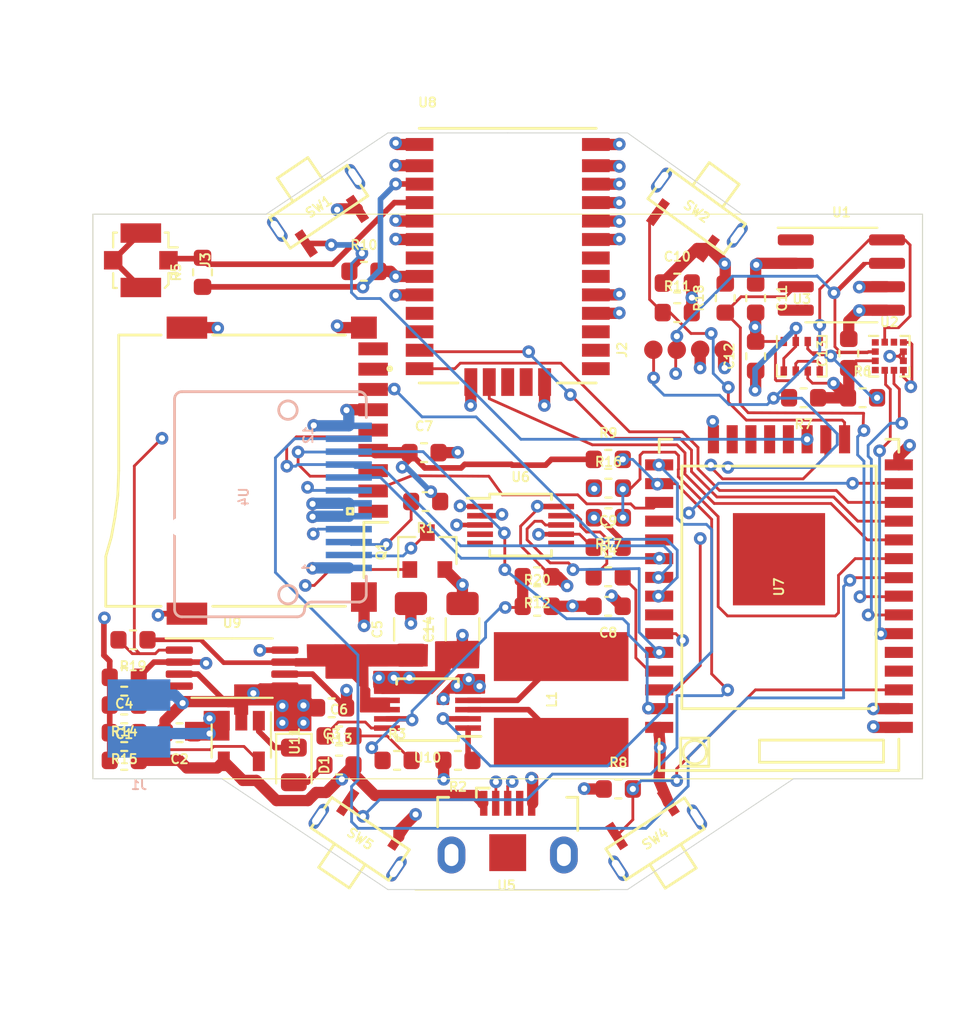
<source format=kicad_pcb>
(kicad_pcb (version 20171130) (host pcbnew 5.1.5)
  (title_block (date 2020-11-10) (rev 1.0))
  (layers (0 F.Cu signal) (1 3V3 power) (2 GND power) (31 B.Cu signal) (34 B.Paste user) (35 F.Paste user) (36 B.SilkS user) (37 F.SilkS user) (38 B.Mask user) (39 F.Mask user) (44 Edge.Cuts user))
  (net 0 "")
  (net 1 /EN)
  (net 2 +3V3)
  (net 3 /FLASH)
  (net 4 GND)
  (net 5 /VBUS)
  (net 6 /VBAT)
  (net 7 /VOUT)
  (net 8 "Net-(D1-Pad2)")
  (net 9 "Net-(D1-Pad1)")
  (net 10 /LEDK)
  (net 11 "Net-(R5-Pad1)")
  (net 12 /TX)
  (net 13 /BTN2)
  (net 14 /BTN3)
  (net 15 /RX)
  (net 16 /SCL)
  (net 17 /SDA)
  (net 18 /PIN_LED)
  (net 19 /STAT_PWR)
  (net 20 /MOSI)
  (net 21 /MISO)
  (net 22 /IO34)
  (net 23 /IO35)
  (net 24 "Net-(R1-Pad2)")
  (net 25 "Net-(R4-Pad1)")
  (net 26 "Net-(R14-Pad1)")
  (net 27 "Net-(R15-Pad1)")
  (net 28 /B_MON)
  (net 29 /RTC_INT)
  (net 30 /TFT_DC)
  (net 31 /TFT_CS)
  (net 32 /TFT_RST)
  (net 33 /GPS_RX)
  (net 34 /GPS_TX)
  (net 35 /SD_CS)
  (net 36 /ANT)
  (net 37 "Net-(J3-Pad2)")
  (net 38 /GPS_FON)
  (net 39 "Net-(U1-Pad4)")
  (net 40 "Net-(U1-Pad1)")
  (net 41 "Net-(U2-Pad4)")
  (net 42 "Net-(U2-Pad11)")
  (net 43 "Net-(U5-Pad2)")
  (net 44 "Net-(U6-Pad4)")
  (net 45 "Net-(U6-Pad5)")
  (net 46 "Net-(U6-Pad6)")
  (net 47 "Net-(U7-Pad22)")
  (net 48 "Net-(U7-Pad21)")
  (net 49 "Net-(U7-Pad20)")
  (net 50 "Net-(U7-Pad19)")
  (net 51 "Net-(U7-Pad32)")
  (net 52 "Net-(U7-Pad27)")
  (net 53 "Net-(U7-Pad28)")
  (net 54 "Net-(U7-Pad4)")
  (net 55 "Net-(U7-Pad5)")
  (net 56 "Net-(U8-Pad29)")
  (net 57 "Net-(U8-Pad30)")
  (net 58 "Net-(U8-Pad24)")
  (net 59 "Net-(U8-Pad23)")
  (net 60 "Net-(U8-Pad20)")
  (net 61 "Net-(U8-Pad1)")
  (net 62 "Net-(U8-Pad6)")
  (net 63 "Net-(U8-Pad3)")
  (net 64 "Net-(U8-Pad7)")
  (net 65 "Net-(U8-Pad2)")
  (net 66 "Net-(XS1-Pad9)")
  (net 67 "Net-(XS1-Pad8)")
  (net 68 "Net-(XS1-Pad1)")
  (net 69 "Net-(C6-Pad2)")
  (net 70 "Net-(C6-Pad1)")
  (net 71 "Net-(L1-Pad1)")
  (net 72 "Net-(R2-Pad1)")
  (net 73 "Net-(U2-Pad1)")
  (net 74 /MODE_SYNC)
  (net 75 /SCK)
  (net 76 /D_P)
  (net 77 /D_N)
  (net 78 "Net-(L1-Pad2)")
  (net 79 "Net-(R12-Pad2)")
  (module open-Smartwatch:L_Sumida-CDRH6D38 (layer F.Cu) (at 162.9 120.2 270)
    (fp_text reference L1 (at 0 0.5 90) (layer F.SilkS) (effects (font (size 0.5 0.5) (thickness 0.1))))
    (fp_text value 10uH)
    (pad 1 smd rect (at 2.325 0 270) (size 2.65 7.3) (layers F.Cu F.Paste F.Mask) (net 71 "Net-(L1-Pad1)"))
    (pad 2 smd rect (at -2.325 0 270) (size 2.65 7.3) (layers F.Cu F.Paste F.Mask) (net 78 "Net-(L1-Pad2)"))
  )
  (module open-Smartwatch:LGA-12_2x2mm_P0.5mm (layer F.Cu) (at 180.7 101.6)
    (fp_text reference U2 (at 0 -1.85) (layer F.SilkS) (effects (font (size 0.5 0.5) (thickness 0.1))))
    (fp_text value BMA400)
    (pad 2 smd rect (at -0.7625 -0.25) (size 0.375 0.35) (layers F.Cu F.Paste F.Mask) (net 17 /SDA) (clearance 0.05))
    (pad 3 smd rect (at -0.7625 0.25) (size 0.375 0.35) (layers F.Cu F.Paste F.Mask) (net 2 +3V3) (clearance 0.05))
    (pad 9 smd rect (at 0.7625 -0.25) (size 0.375 0.35) (layers F.Cu F.Paste F.Mask) (net 4 GND) (clearance 0.05))
    (pad 8 smd rect (at 0.7625 0.25) (size 0.375 0.35) (layers F.Cu F.Paste F.Mask) (net 4 GND) (clearance 0.05))
    (pad 4 smd rect (at -0.7625 0.75) (size 0.375 0.35) (layers F.Cu F.Paste F.Mask) (net 41 "Net-(U2-Pad4)") (clearance 0.05))
    (pad 7 smd rect (at 0.7625 0.75) (size 0.375 0.35) (layers F.Cu F.Paste F.Mask) (net 2 +3V3) (clearance 0.05))
    (pad 1 smd rect (at -0.7625 -0.75) (size 0.375 0.35) (layers F.Cu F.Paste F.Mask) (net 73 "Net-(U2-Pad1)") (clearance 0.05))
    (pad 10 smd rect (at 0.7625 -0.75) (size 0.375 0.35) (layers F.Cu F.Paste F.Mask) (net 2 +3V3) (clearance 0.05))
    (pad 5 smd rect (at -0.25 0.7625 90) (size 0.375 0.35) (layers F.Cu F.Paste F.Mask) (net 22 /IO34) (clearance 0.05))
    (pad 6 smd rect (at 0.25 0.7625 90) (size 0.375 0.35) (layers F.Cu F.Paste F.Mask) (net 23 /IO35) (clearance 0.05))
    (pad 11 smd rect (at 0.25 -0.7625 90) (size 0.375 0.35) (layers F.Cu F.Paste F.Mask) (net 42 "Net-(U2-Pad11)") (clearance 0.05))
    (pad 12 smd rect (at -0.25 -0.7625 90) (size 0.375 0.35) (layers F.Cu F.Paste F.Mask) (net 16 /SCL) (clearance 0.05))
  )
  (module open-Smartwatch:Conn_uSDcard (layer F.Cu) (at 142.2 107.8 270)
    (fp_text reference XS1)
    (fp_text value SD_ebay-uSD-push_push_SMD)
    (pad 6 smd rect (at 7.75 -0.4 270) (size 1.2 2.2) (layers F.Cu F.Paste F.Mask) (net 4 GND))
    (pad 6 smd rect (at -7.75 -0.4 270) (size 1.2 2.2) (layers F.Cu F.Paste F.Mask) (net 4 GND))
    (pad 6 smd rect (at 6.85 -10 270) (size 1.6 1.4) (layers F.Cu F.Paste F.Mask) (net 4 GND))
    (pad 6 smd rect (at -7.75 -10 270) (size 1.2 1.4) (layers F.Cu F.Paste F.Mask) (net 4 GND))
    (pad 9 smd rect (at -6.6 -10.5 270) (size 0.7 1.6) (layers F.Cu F.Paste F.Mask) (net 66 "Net-(XS1-Pad9)"))
    (pad 7 smd rect (at -4.4 -10.5 270) (size 0.7 1.6) (layers F.Cu F.Paste F.Mask) (net 21 /MISO))
    (pad 8 smd rect (at -5.5 -10.5 270) (size 0.7 1.6) (layers F.Cu F.Paste F.Mask) (net 67 "Net-(XS1-Pad8)"))
    (pad 6 smd rect (at -3.3 -10.5 270) (size 0.7 1.6) (layers F.Cu F.Paste F.Mask) (net 4 GND))
    (pad 5 smd rect (at -2.2 -10.5 270) (size 0.7 1.6) (layers F.Cu F.Paste F.Mask) (net 75 /SCK))
    (pad 4 smd rect (at -1.1 -10.5 270) (size 0.7 1.6) (layers F.Cu F.Paste F.Mask) (net 2 +3V3))
    (pad 1 smd rect (at 2.2 -10.5 270) (size 0.7 1.6) (layers F.Cu F.Paste F.Mask) (net 68 "Net-(XS1-Pad1)"))
    (pad 2 smd rect (at 1.1 -10.5 270) (size 0.7 1.6) (layers F.Cu F.Paste F.Mask) (net 35 /SD_CS))
    (pad "" np_thru_hole circle (at 3.05 0 270) (size 1 1) (drill 1) (layers *.Cu))
    (pad "" np_thru_hole circle (at -4.93 0 270) (size 1 1) (drill 1) (layers *.Cu))
    (pad 3 smd rect (at 0 -10.5 270) (size 0.7 1.6) (layers F.Cu F.Paste F.Mask) (net 20 /MOSI))
  )
  (module open-Smartwatch:Quectel_L96 (layer F.Cu) (at 160 96.25)
    (fp_text reference U8 (at -4.35 -8.4) (layer F.SilkS) (effects (font (size 0.5 0.5) (thickness 0.1))))
    (fp_text value Quectel_L96)
    (pad 29 smd rect (at 0 6.75 90) (size 1.5 0.7) (layers F.Cu F.Paste F.Mask) (net 56 "Net-(U8-Pad29)"))
    (pad 30 smd rect (at 1 6.75 90) (size 1.5 0.7) (layers F.Cu F.Paste F.Mask) (net 57 "Net-(U8-Pad30)"))
    (pad 31 smd rect (at 2 6.75 90) (size 1.5 0.7) (layers F.Cu F.Paste F.Mask) (net 4 GND))
    (pad 28 smd rect (at -1 6.75 90) (size 1.5 0.7) (layers F.Cu F.Paste F.Mask) (net 38 /GPS_FON))
    (pad 27 smd rect (at -2 6.75 90) (size 1.5 0.7) (layers F.Cu F.Paste F.Mask) (net 4 GND))
    (pad 26 smd rect (at -4.78 6.025 180) (size 1.5 0.7) (layers F.Cu F.Paste F.Mask) (net 33 /GPS_RX))
    (pad 25 smd rect (at -4.78 5.025 180) (size 1.5 0.7) (layers F.Cu F.Paste F.Mask) (net 34 /GPS_TX))
    (pad 24 smd rect (at -4.78 4.025 180) (size 1.5 0.7) (layers F.Cu F.Paste F.Mask) (net 58 "Net-(U8-Pad24)"))
    (pad 23 smd rect (at -4.78 3.025 180) (size 1.5 0.7) (layers F.Cu F.Paste F.Mask) (net 59 "Net-(U8-Pad23)"))
    (pad 22 smd rect (at -4.78 2.025 180) (size 1.5 0.7) (layers F.Cu F.Paste F.Mask) (net 4 GND))
    (pad 21 smd rect (at -4.78 1.025 180) (size 1.5 0.7) (layers F.Cu F.Paste F.Mask) (net 4 GND))
    (pad 20 smd rect (at -4.78 0.025 180) (size 1.5 0.7) (layers F.Cu F.Paste F.Mask) (net 60 "Net-(U8-Pad20)"))
    (pad 19 smd rect (at -4.78 -0.975 180) (size 1.5 0.7) (layers F.Cu F.Paste F.Mask) (net 4 GND))
    (pad 18 smd rect (at -4.78 -1.975 180) (size 1.5 0.7) (layers F.Cu F.Paste F.Mask) (net 4 GND))
    (pad 17 smd rect (at -4.78 -2.975 180) (size 1.5 0.7) (layers F.Cu F.Paste F.Mask) (net 36 /ANT))
    (pad 16 smd rect (at -4.78 -3.975 180) (size 1.5 0.7) (layers F.Cu F.Paste F.Mask) (net 11 "Net-(R5-Pad1)"))
    (pad 15 smd rect (at -4.78 -4.975 180) (size 1.5 0.7) (layers F.Cu F.Paste F.Mask) (net 4 GND))
    (pad 14 smd rect (at -4.78 -6.125 180) (size 1.5 0.7) (layers F.Cu F.Paste F.Mask) (net 4 GND))
    (pad 13 smd rect (at 4.78 -6.125 180) (size 1.5 0.7) (layers F.Cu F.Paste F.Mask) (net 4 GND))
    (pad 10 smd rect (at 4.78 -2.975 180) (size 1.5 0.7) (layers F.Cu F.Paste F.Mask) (net 4 GND))
    (pad 1 smd rect (at 4.78 6.025 180) (size 1.5 0.7) (layers F.Cu F.Paste F.Mask) (net 61 "Net-(U8-Pad1)"))
    (pad 12 smd rect (at 4.78 -4.975 180) (size 1.5 0.7) (layers F.Cu F.Paste F.Mask) (net 4 GND))
    (pad 5 smd rect (at 4.78 2.025 180) (size 1.5 0.7) (layers F.Cu F.Paste F.Mask) (net 4 GND))
    (pad 11 smd rect (at 4.78 -3.975 180) (size 1.5 0.7) (layers F.Cu F.Paste F.Mask) (net 4 GND))
    (pad 6 smd rect (at 4.78 1.025 180) (size 1.5 0.7) (layers F.Cu F.Paste F.Mask) (net 62 "Net-(U8-Pad6)"))
    (pad 9 smd rect (at 4.78 -1.975 180) (size 1.5 0.7) (layers F.Cu F.Paste F.Mask) (net 2 +3V3))
    (pad 8 smd rect (at 4.78 -0.975 180) (size 1.5 0.7) (layers F.Cu F.Paste F.Mask) (net 2 +3V3))
    (pad 3 smd rect (at 4.78 4.025 180) (size 1.5 0.7) (layers F.Cu F.Paste F.Mask) (net 63 "Net-(U8-Pad3)"))
    (pad 7 smd rect (at 4.78 0.025 180) (size 1.5 0.7) (layers F.Cu F.Paste F.Mask) (net 64 "Net-(U8-Pad7)"))
    (pad 2 smd rect (at 4.78 5.025 180) (size 1.5 0.7) (layers F.Cu F.Paste F.Mask) (net 65 "Net-(U8-Pad2)"))
    (pad 4 smd rect (at 4.78 3.025 180) (size 1.5 0.7) (layers F.Cu F.Paste F.Mask) (net 4 GND))
  )
  (module open-Smartwatch:TSSOP-8_4.4x3mm_P0.65mm (layer F.Cu) (at 145.05 118.5)
    (fp_text reference U9 (at 0 -2.45) (layer F.SilkS) (effects (font (size 0.5 0.5) (thickness 0.1))))
    (fp_text value TPS2115A)
    (pad 1 smd roundrect (at -2.8625 -0.975) (size 1.475 0.4) (layers F.Cu F.Paste F.Mask) (net 19 /STAT_PWR))
    (pad 2 smd roundrect (at -2.8625 -0.325) (size 1.475 0.4) (layers F.Cu F.Paste F.Mask) (net 6 /VBAT))
    (pad 3 smd roundrect (at -2.8625 0.325) (size 1.475 0.4) (layers F.Cu F.Paste F.Mask) (net 4 GND))
    (pad 4 smd roundrect (at -2.8625 0.975) (size 1.475 0.4) (layers F.Cu F.Paste F.Mask) (net 26 "Net-(R14-Pad1)"))
    (pad 5 smd roundrect (at 2.8625 0.975) (size 1.475 0.4) (layers F.Cu F.Paste F.Mask) (net 4 GND))
    (pad 6 smd roundrect (at 2.8625 0.325) (size 1.475 0.4) (layers F.Cu F.Paste F.Mask) (net 5 /VBUS))
    (pad 7 smd roundrect (at 2.8625 -0.325) (size 1.475 0.4) (layers F.Cu F.Paste F.Mask) (net 7 /VOUT))
    (pad 8 smd roundrect (at 2.8625 -0.975) (size 1.475 0.4) (layers F.Cu F.Paste F.Mask) (net 6 /VBAT))
  )
  (module Connector_PinHeader_2.54mm:PinHeader_1x02_P2.54mm_Vertical (layer B.Cu) (at 140 122.5)
    (fp_text reference J1 (at 0 2.33 180) (layer B.SilkS) (effects (font (size 0.5 0.5) (thickness 0.1)) (justify mirror)))
    (fp_text value Conn_01x02)
    (pad 2 smd rect (at 0 -2.54) (size 3.4 1.7) (layers B.Cu B.Paste B.Mask) (net 4 GND))
    (pad 1 smd rect (at 0 0) (size 3.4 1.7) (layers B.Cu B.Paste B.Mask) (net 6 /VBAT))
  )
  (module Connector_PinHeader_1.27mm:PinHeader_1x04_P1.27mm_Vertical (layer F.Cu) (at 167.9 101.25 90)
    (fp_text reference J2 (at 0 -1.695 270) (layer F.SilkS) (effects (font (size 0.5 0.5) (thickness 0.1))))
    (fp_text value Conn_01x04)
    (pad 4 smd oval (at 0 3.81 90) (size 1 1) (layers F.Cu F.Paste F.Mask) (net 4 GND))
    (pad 3 smd oval (at 0 2.54 90) (size 1 1) (layers F.Cu F.Paste F.Mask) (net 2 +3V3))
    (pad 2 smd oval (at 0 1.27 90) (size 1 1) (layers F.Cu F.Paste F.Mask) (net 17 /SDA))
    (pad 1 smd circle (at 0 0 90) (size 1 1) (layers F.Cu F.Paste F.Mask) (net 16 /SCL))
  )
  (module Package_SO:MSOP-10_3x3mm_P0.5mm (layer F.Cu) (at 155.65 120.75 180)
    (fp_text reference U10 (at 0 -2.6) (layer F.SilkS) (effects (font (size 0.5 0.5) (thickness 0.1))))
    (fp_text value LTC3440EMS)
    (pad 10 smd rect (at 2.2 -1 180) (size 1.4 0.3) (layers F.Cu F.Paste F.Mask) (net 70 "Net-(C6-Pad1)"))
    (pad 9 smd rect (at 2.2 -0.5 180) (size 1.4 0.3) (layers F.Cu F.Paste F.Mask) (net 79 "Net-(R12-Pad2)"))
    (pad 8 smd rect (at 2.2 0 180) (size 1.4 0.3) (layers F.Cu F.Paste F.Mask) (net 7 /VOUT))
    (pad 7 smd rect (at 2.2 0.5 180) (size 1.4 0.3) (layers F.Cu F.Paste F.Mask) (net 7 /VOUT))
    (pad 6 smd rect (at 2.2 1 180) (size 1.4 0.3) (layers F.Cu F.Paste F.Mask) (net 2 +3V3))
    (pad 5 smd rect (at -2.2 1 180) (size 1.4 0.3) (layers F.Cu F.Paste F.Mask) (net 4 GND))
    (pad 4 smd rect (at -2.2 0.5 180) (size 1.4 0.3) (layers F.Cu F.Paste F.Mask) (net 78 "Net-(L1-Pad2)"))
    (pad 3 smd rect (at -2.2 0 180) (size 1.4 0.3) (layers F.Cu F.Paste F.Mask) (net 71 "Net-(L1-Pad1)"))
    (pad 2 smd rect (at -2.2 -0.5 180) (size 1.4 0.3) (layers F.Cu F.Paste F.Mask) (net 74 /MODE_SYNC))
    (pad 1 smd rect (at -2.2 -1 180) (size 1.4 0.3) (layers F.Cu F.Paste F.Mask) (net 72 "Net-(R2-Pad1)"))
  )
  (module Resistor_SMD:R_0603_1608Metric (layer F.Cu) (at 161.6 115.15)
    (fp_text reference R20 (at 0 -1.43) (layer F.SilkS) (effects (font (size 0.5 0.5) (thickness 0.1))))
    (fp_text value 200k)
    (pad 2 smd roundrect (at 0.7875 0) (size 0.875 0.95) (layers F.Cu F.Paste F.Mask) (net 4 GND))
    (pad 1 smd roundrect (at -0.7875 0) (size 0.875 0.95) (layers F.Cu F.Paste F.Mask) (net 79 "Net-(R12-Pad2)"))
  )
  (module Resistor_SMD:R_0603_1608Metric (layer F.Cu) (at 161.6 113.55 180)
    (fp_text reference R12 (at 0 -1.43) (layer F.SilkS) (effects (font (size 0.5 0.5) (thickness 0.1))))
    (fp_text value 340k)
    (pad 2 smd roundrect (at 0.7875 0 180) (size 0.875 0.95) (layers F.Cu F.Paste F.Mask) (net 79 "Net-(R12-Pad2)"))
    (pad 1 smd roundrect (at -0.7875 0 180) (size 0.875 0.95) (layers F.Cu F.Paste F.Mask) (net 2 +3V3))
  )
  (module Resistor_SMD:R_0603_1608Metric (layer F.Cu) (at 154 123.5)
    (fp_text reference R3 (at 0 -1.43) (layer F.SilkS) (effects (font (size 0.5 0.5) (thickness 0.1))))
    (fp_text value 15k)
    (pad 2 smd roundrect (at 0.7875 0) (size 0.875 0.95) (layers F.Cu F.Paste F.Mask) (net 69 "Net-(C6-Pad2)"))
    (pad 1 smd roundrect (at -0.7875 0) (size 0.875 0.95) (layers F.Cu F.Paste F.Mask) (net 79 "Net-(R12-Pad2)"))
  )
  (module Resistor_SMD:R_0603_1608Metric (layer F.Cu) (at 157.3 123.5 180)
    (fp_text reference R2 (at 0 -1.43) (layer F.SilkS) (effects (font (size 0.5 0.5) (thickness 0.1))))
    (fp_text value 60.4k)
    (pad 2 smd roundrect (at 0.7875 0 180) (size 0.875 0.95) (layers F.Cu F.Paste F.Mask) (net 4 GND))
    (pad 1 smd roundrect (at -0.7875 0 180) (size 0.875 0.95) (layers F.Cu F.Paste F.Mask) (net 72 "Net-(R2-Pad1)"))
  )
  (module Capacitor_SMD:C_1206_3216Metric (layer F.Cu) (at 157.55 116.4 90)
    (fp_text reference C14 (at 0 -1.82 90) (layer F.SilkS) (effects (font (size 0.5 0.5) (thickness 0.1))))
    (fp_text value 22uF)
    (pad 2 smd roundrect (at 1.4 0 90) (size 1.25 1.75) (layers F.Cu F.Paste F.Mask) (roundrect_rratio 0.2) (net 4 GND))
    (pad 1 smd roundrect (at -1.4 0 90) (size 1.25 1.75) (layers F.Cu F.Paste F.Mask) (roundrect_rratio 0.2) (net 2 +3V3))
  )
  (module Capacitor_SMD:C_0603_1608Metric (layer F.Cu) (at 150.8505 122.174)
    (fp_text reference C6 (at 0 -1.43) (layer F.SilkS) (effects (font (size 0.5 0.5) (thickness 0.1))))
    (fp_text value 150pF)
    (pad 2 smd roundrect (at 0.7875 0) (size 0.875 0.95) (layers F.Cu F.Paste F.Mask) (net 69 "Net-(C6-Pad2)"))
    (pad 1 smd roundrect (at -0.7875 0) (size 0.875 0.95) (layers F.Cu F.Paste F.Mask) (net 70 "Net-(C6-Pad1)"))
  )
  (module Capacitor_SMD:C_1206_3216Metric (layer F.Cu) (at 154.75 116.4 90)
    (fp_text reference C5 (at 0 -1.82 90) (layer F.SilkS) (effects (font (size 0.5 0.5) (thickness 0.1))))
    (fp_text value 10uF)
    (pad 2 smd roundrect (at 1.4 0 90) (size 1.25 1.75) (layers F.Cu F.Paste F.Mask) (roundrect_rratio 0.2) (net 4 GND))
    (pad 1 smd roundrect (at -1.4 0 90) (size 1.25 1.75) (layers F.Cu F.Paste F.Mask) (roundrect_rratio 0.2) (net 7 /VOUT))
  )
  (module open-Smartwatch:U.FL_Molex_MCRF_73412-0110_Vertical (layer F.Cu) (at 140.1 96.4 90)
    (fp_text reference J3 (at 0 3.5 90) (layer F.SilkS) (effects (font (size 0.5 0.5) (thickness 0.1))))
    (fp_text value Conn_01x02)
    (pad 1 smd rect (at 0 1.5 90) (size 1 1) (layers F.Cu F.Paste F.Mask) (net 36 /ANT))
    (pad 2 smd rect (at 0 -1.5 90) (size 1 1) (layers F.Cu F.Paste F.Mask) (net 37 "Net-(J3-Pad2)"))
    (pad 2 smd rect (at 1.475 0 90) (size 1.05 2.2) (layers F.Cu F.Paste F.Mask) (net 37 "Net-(J3-Pad2)"))
    (pad 2 smd rect (at -1.475 0 90) (size 1.05 2.2) (layers F.Cu F.Paste F.Mask) (net 37 "Net-(J3-Pad2)"))
  )
  (module Resistor_SMD:R_0603_1608Metric (layer F.Cu) (at 139.6745 116.967 180)
    (fp_text reference R19 (at 0 -1.43) (layer F.SilkS) (effects (font (size 0.5 0.5) (thickness 0.1))))
    (fp_text value 2.2K)
    (pad 2 smd roundrect (at 0.7875 0 180) (size 0.875 0.95) (layers F.Cu F.Paste F.Mask) (net 19 /STAT_PWR))
    (pad 1 smd roundrect (at -0.7875 0 180) (size 0.875 0.95) (layers F.Cu F.Paste F.Mask) (net 7 /VOUT))
  )
  (module Resistor_SMD:R_0603_1608Metric (layer F.Cu) (at 171.8 98.45 90)
    (fp_text reference R18 (at 0 -1.43 90) (layer F.SilkS) (effects (font (size 0.5 0.5) (thickness 0.1))))
    (fp_text value 2.2K)
    (pad 2 smd roundrect (at 0.7875 0 90) (size 0.875 0.95) (layers F.Cu F.Paste F.Mask) (net 2 +3V3))
    (pad 1 smd roundrect (at -0.7875 0 90) (size 0.875 0.95) (layers F.Cu F.Paste F.Mask) (net 29 /RTC_INT))
  )
  (module Capacitor_SMD:C_0603_1608Metric (layer F.Cu) (at 178.5 101.45 90)
    (fp_text reference C13 (at 0 -1.43 90) (layer F.SilkS) (effects (font (size 0.5 0.5) (thickness 0.1))))
    (fp_text value 0.1u)
    (pad 2 smd roundrect (at 0.7875 0 90) (size 0.875 0.95) (layers F.Cu F.Paste F.Mask) (net 4 GND))
    (pad 1 smd roundrect (at -0.7875 0 90) (size 0.875 0.95) (layers F.Cu F.Paste F.Mask) (net 2 +3V3))
  )
  (module Capacitor_SMD:C_0603_1608Metric (layer F.Cu) (at 173.45 101.6 90)
    (fp_text reference C12 (at 0 -1.43 90) (layer F.SilkS) (effects (font (size 0.5 0.5) (thickness 0.1))))
    (fp_text value 0.1u)
    (pad 2 smd roundrect (at 0.7875 0 90) (size 0.875 0.95) (layers F.Cu F.Paste F.Mask) (net 4 GND))
    (pad 1 smd roundrect (at -0.7875 0 90) (size 0.875 0.95) (layers F.Cu F.Paste F.Mask) (net 2 +3V3))
  )
  (module Capacitor_SMD:C_0603_1608Metric (layer F.Cu) (at 173.45 98.45 270)
    (fp_text reference C11 (at 0 -1.43 90) (layer F.SilkS) (effects (font (size 0.5 0.5) (thickness 0.1))))
    (fp_text value 0.1u)
    (pad 2 smd roundrect (at 0.7875 0 270) (size 0.875 0.95) (layers F.Cu F.Paste F.Mask) (net 4 GND))
    (pad 1 smd roundrect (at -0.7875 0 270) (size 0.875 0.95) (layers F.Cu F.Paste F.Mask) (net 2 +3V3))
  )
  (module Capacitor_SMD:C_0603_1608Metric (layer F.Cu) (at 169.197 97.635)
    (fp_text reference C10 (at 0 -1.43) (layer F.SilkS) (effects (font (size 0.5 0.5) (thickness 0.1))))
    (fp_text value 0.1u)
    (pad 2 smd roundrect (at 0.7875 0) (size 0.875 0.95) (layers F.Cu F.Paste F.Mask) (net 4 GND))
    (pad 1 smd roundrect (at -0.7875 0) (size 0.875 0.95) (layers F.Cu F.Paste F.Mask) (net 2 +3V3))
  )
  (module Capacitor_SMD:C_0603_1608Metric (layer F.Cu) (at 165.45 111.95)
    (fp_text reference C9 (at 0 -1.43) (layer F.SilkS) (effects (font (size 0.5 0.5) (thickness 0.1))))
    (fp_text value 0.1u)
    (pad 2 smd roundrect (at 0.7875 0) (size 0.875 0.95) (layers F.Cu F.Paste F.Mask) (net 4 GND))
    (pad 1 smd roundrect (at -0.7875 0) (size 0.875 0.95) (layers F.Cu F.Paste F.Mask) (net 2 +3V3))
  )
  (module Capacitor_SMD:C_0603_1608Metric (layer F.Cu) (at 165.45 115.15 180)
    (fp_text reference C8 (at 0 -1.43) (layer F.SilkS) (effects (font (size 0.5 0.5) (thickness 0.1))))
    (fp_text value 0.1u)
    (pad 2 smd roundrect (at 0.7875 0 180) (size 0.875 0.95) (layers F.Cu F.Paste F.Mask) (net 4 GND))
    (pad 1 smd roundrect (at -0.7875 0 180) (size 0.875 0.95) (layers F.Cu F.Paste F.Mask) (net 2 +3V3))
  )
  (module Capacitor_SMD:C_0603_1608Metric (layer F.Cu) (at 155.4625 106.825)
    (fp_text reference C7 (at 0 -1.43) (layer F.SilkS) (effects (font (size 0.5 0.5) (thickness 0.1))))
    (fp_text value 0.1u)
    (pad 2 smd roundrect (at 0.7875 0) (size 0.875 0.95) (layers F.Cu F.Paste F.Mask) (net 4 GND))
    (pad 1 smd roundrect (at -0.7875 0) (size 0.875 0.95) (layers F.Cu F.Paste F.Mask) (net 2 +3V3))
  )
  (module Resistor_SMD:R_0603_1608Metric (layer F.Cu) (at 165.4625 110.35 180)
    (fp_text reference R17 (at 0 -1.43) (layer F.SilkS) (effects (font (size 0.5 0.5) (thickness 0.1))))
    (fp_text value 2.2M)
    (pad 2 smd roundrect (at 0.7875 0 180) (size 0.875 0.95) (layers F.Cu F.Paste F.Mask) (net 4 GND))
    (pad 1 smd roundrect (at -0.7875 0 180) (size 0.875 0.95) (layers F.Cu F.Paste F.Mask) (net 28 /B_MON))
  )
  (module Resistor_SMD:R_0603_1608Metric (layer F.Cu) (at 165.4625 108.75)
    (fp_text reference R16 (at 0 -1.43) (layer F.SilkS) (effects (font (size 0.5 0.5) (thickness 0.1))))
    (fp_text value 10M)
    (pad 2 smd roundrect (at 0.7875 0) (size 0.875 0.95) (layers F.Cu F.Paste F.Mask) (net 28 /B_MON))
    (pad 1 smd roundrect (at -0.7875 0) (size 0.875 0.95) (layers F.Cu F.Paste F.Mask) (net 6 /VBAT))
  )
  (module Resistor_SMD:R_0603_1608Metric (layer F.Cu) (at 143.4465 97.0535 90)
    (fp_text reference R5 (at 0 -1.43 90) (layer F.SilkS) (effects (font (size 0.5 0.5) (thickness 0.1))))
    (fp_text value 0R)
    (pad 2 smd roundrect (at 0.7875 0 90) (size 0.875 0.95) (layers F.Cu F.Paste F.Mask) (net 36 /ANT))
    (pad 1 smd roundrect (at -0.7875 0 90) (size 0.875 0.95) (layers F.Cu F.Paste F.Mask) (net 11 "Net-(R5-Pad1)"))
  )
  (module Resistor_SMD:R_0603_1608Metric (layer F.Cu) (at 176.05 103.85 180)
    (fp_text reference R7 (at 0 -1.43) (layer F.SilkS) (effects (font (size 0.5 0.5) (thickness 0.1))))
    (fp_text value 2.2k)
    (pad 2 smd roundrect (at 0.7875 0 180) (size 0.875 0.95) (layers F.Cu F.Paste F.Mask) (net 16 /SCL))
    (pad 1 smd roundrect (at -0.7875 0 180) (size 0.875 0.95) (layers F.Cu F.Paste F.Mask) (net 2 +3V3))
  )
  (module Resistor_SMD:R_0603_1608Metric (layer F.Cu) (at 179.25 103.85)
    (fp_text reference R6 (at 0 -1.43) (layer F.SilkS) (effects (font (size 0.5 0.5) (thickness 0.1))))
    (fp_text value 2.2k)
    (pad 2 smd roundrect (at 0.7875 0) (size 0.875 0.95) (layers F.Cu F.Paste F.Mask) (net 17 /SDA))
    (pad 1 smd roundrect (at -0.7875 0) (size 0.875 0.95) (layers F.Cu F.Paste F.Mask) (net 2 +3V3))
  )
  (module open-Smartwatch:Bosch_LGA-8_2x2.5mm_P0.65mm_ClockwisePinNumbering (layer F.Cu) (at 175.95 101.6)
    (fp_text reference U3 (at 0 -3.1) (layer F.SilkS) (effects (font (size 0.5 0.5) (thickness 0.1))))
    (fp_text value BMP280)
    (pad 1 smd rect (at -0.975 -0.8 90) (size 0.5 0.35) (layers F.Cu F.Paste F.Mask) (net 4 GND))
    (pad 5 smd rect (at 0.975 0.8 90) (size 0.5 0.35) (layers F.Cu F.Paste F.Mask) (net 4 GND))
    (pad 6 smd rect (at 0.325 0.8 90) (size 0.5 0.35) (layers F.Cu F.Paste F.Mask) (net 2 +3V3))
    (pad 7 smd rect (at -0.325 0.8 90) (size 0.5 0.35) (layers F.Cu F.Paste F.Mask) (net 4 GND))
    (pad 4 smd rect (at 0.975 -0.8 90) (size 0.5 0.35) (layers F.Cu F.Paste F.Mask) (net 16 /SCL))
    (pad 3 smd rect (at 0.325 -0.8 90) (size 0.5 0.35) (layers F.Cu F.Paste F.Mask) (net 17 /SDA))
    (pad 2 smd rect (at -0.325 -0.8 90) (size 0.5 0.35) (layers F.Cu F.Paste F.Mask) (net 2 +3V3))
    (pad 8 smd rect (at -0.975 0.8 90) (size 0.5 0.35) (layers F.Cu F.Paste F.Mask) (net 2 +3V3))
  )
  (module Package_SO:SOIC-8_3.9x4.9mm_P1.27mm (layer F.Cu) (at 178.1 97.2)
    (fp_text reference U1 (at 0 -3.4) (layer F.SilkS) (effects (font (size 0.5 0.5) (thickness 0.1))))
    (fp_text value DS3231MZ)
    (pad 8 smd roundrect (at 2.475 -1.905) (size 1.95 0.6) (layers F.Cu F.Paste F.Mask) (net 16 /SCL))
    (pad 7 smd roundrect (at 2.475 -0.635) (size 1.95 0.6) (layers F.Cu F.Paste F.Mask) (net 17 /SDA))
    (pad 6 smd roundrect (at 2.475 0.635) (size 1.95 0.6) (layers F.Cu F.Paste F.Mask) (net 2 +3V3))
    (pad 5 smd roundrect (at 2.475 1.905) (size 1.95 0.6) (layers F.Cu F.Paste F.Mask) (net 4 GND))
    (pad 4 smd roundrect (at -2.475 1.905) (size 1.95 0.6) (layers F.Cu F.Paste F.Mask) (net 39 "Net-(U1-Pad4)"))
    (pad 3 smd roundrect (at -2.475 0.635) (size 1.95 0.6) (layers F.Cu F.Paste F.Mask) (net 29 /RTC_INT))
    (pad 2 smd roundrect (at -2.475 -0.635) (size 1.95 0.6) (layers F.Cu F.Paste F.Mask) (net 2 +3V3))
    (pad 1 smd roundrect (at -2.475 -1.905) (size 1.95 0.6) (layers F.Cu F.Paste F.Mask) (net 40 "Net-(U1-Pad1)"))
  )
  (module open-Smartwatch:MSOP-10_3x3mm_P0.5mm (layer F.Cu) (at 160.7 110.744)
    (fp_text reference U6 (at 0 -2.6) (layer F.SilkS) (effects (font (size 0.5 0.5) (thickness 0.1))))
    (fp_text value CH340E)
    (pad 1 smd rect (at -2.2 -1) (size 1.4 0.3) (layers F.Cu F.Paste F.Mask) (net 76 /D_P))
    (pad 2 smd rect (at -2.2 -0.5) (size 1.4 0.3) (layers F.Cu F.Paste F.Mask) (net 77 /D_N))
    (pad 3 smd rect (at -2.2 0) (size 1.4 0.3) (layers F.Cu F.Paste F.Mask) (net 4 GND))
    (pad 4 smd rect (at -2.2 0.5) (size 1.4 0.3) (layers F.Cu F.Paste F.Mask) (net 44 "Net-(U6-Pad4)"))
    (pad 5 smd rect (at -2.2 1) (size 1.4 0.3) (layers F.Cu F.Paste F.Mask) (net 45 "Net-(U6-Pad5)"))
    (pad 6 smd rect (at 2.2 1) (size 1.4 0.3) (layers F.Cu F.Paste F.Mask) (net 46 "Net-(U6-Pad6)"))
    (pad 7 smd rect (at 2.2 0.5) (size 1.4 0.3) (layers F.Cu F.Paste F.Mask) (net 2 +3V3))
    (pad 8 smd rect (at 2.2 0) (size 1.4 0.3) (layers F.Cu F.Paste F.Mask) (net 15 /RX))
    (pad 9 smd rect (at 2.2 -0.5) (size 1.4 0.3) (layers F.Cu F.Paste F.Mask) (net 25 "Net-(R4-Pad1)"))
    (pad 10 smd rect (at 2.2 -1) (size 1.4 0.3) (layers F.Cu F.Paste F.Mask) (net 2 +3V3))
  )
  (module open-Smartwatch:SOT-23-5 (layer F.Cu) (at 145.55 122.45 270)
    (fp_text reference U11 (at 0 -2.9 90) (layer F.SilkS) (effects (font (size 0.5 0.5) (thickness 0.1))))
    (fp_text value MCP73831T-2ACI_OT hide)
    (pad 1 smd rect (at -1.1 -0.95 270) (size 1.06 0.65) (layers F.Cu F.Paste F.Mask) (net 9 "Net-(D1-Pad1)"))
    (pad 2 smd rect (at -1.1 0 270) (size 1.06 0.65) (layers F.Cu F.Paste F.Mask) (net 4 GND))
    (pad 3 smd rect (at -1.1 0.95 270) (size 1.06 0.65) (layers F.Cu F.Paste F.Mask) (net 6 /VBAT))
    (pad 4 smd rect (at 1.1 0.95 270) (size 1.06 0.65) (layers F.Cu F.Paste F.Mask) (net 5 /VBUS))
    (pad 5 smd rect (at 1.1 -0.95 270) (size 1.06 0.65) (layers F.Cu F.Paste F.Mask) (net 27 "Net-(R15-Pad1)"))
  )
  (module Resistor_SMD:R_0603_1608Metric (layer F.Cu) (at 169.197 99.235)
    (fp_text reference R11 (at 0 -1.43) (layer F.SilkS) (effects (font (size 0.5 0.5) (thickness 0.1))))
    (fp_text value 10k)
    (pad 2 smd roundrect (at 0.7875 0) (size 0.875 0.95) (layers F.Cu F.Paste F.Mask) (net 4 GND))
    (pad 1 smd roundrect (at -0.7875 0) (size 0.875 0.95) (layers F.Cu F.Paste F.Mask) (net 14 /BTN3))
  )
  (module Resistor_SMD:R_0603_1608Metric (layer F.Cu) (at 152.2 97)
    (fp_text reference R10 (at 0 -1.43) (layer F.SilkS) (effects (font (size 0.5 0.5) (thickness 0.1))))
    (fp_text value 10k)
    (pad 2 smd roundrect (at 0.7875 0) (size 0.875 0.95) (layers F.Cu F.Paste F.Mask) (net 4 GND))
    (pad 1 smd roundrect (at -0.7875 0) (size 0.875 0.95) (layers F.Cu F.Paste F.Mask) (net 13 /BTN2))
  )
  (module Resistor_SMD:R_0603_1608Metric (layer F.Cu) (at 139.2 120.5 180)
    (fp_text reference R14 (at 0 -1.43) (layer F.SilkS) (effects (font (size 0.5 0.5) (thickness 0.1))))
    (fp_text value 510R)
    (pad 2 smd roundrect (at 0.7875 0 180) (size 0.875 0.95) (layers F.Cu F.Paste F.Mask) (net 4 GND))
    (pad 1 smd roundrect (at -0.7875 0 180) (size 0.875 0.95) (layers F.Cu F.Paste F.Mask) (net 26 "Net-(R14-Pad1)"))
  )
  (module Resistor_SMD:R_0603_1608Metric (layer F.Cu) (at 165.45 113.55)
    (fp_text reference R4 (at 0 -1.43) (layer F.SilkS) (effects (font (size 0.5 0.5) (thickness 0.1))))
    (fp_text value 470R)
    (pad 2 smd roundrect (at 0.7875 0) (size 0.875 0.95) (layers F.Cu F.Paste F.Mask) (net 12 /TX))
    (pad 1 smd roundrect (at -0.7875 0) (size 0.875 0.95) (layers F.Cu F.Paste F.Mask) (net 25 "Net-(R4-Pad1)"))
  )
  (module Resistor_SMD:R_0603_1608Metric (layer F.Cu) (at 139.2 122 180)
    (fp_text reference R15 (at 0 -1.43) (layer F.SilkS) (effects (font (size 0.5 0.5) (thickness 0.1))))
    (fp_text value 5k)
    (pad 2 smd roundrect (at 0.7875 0 180) (size 0.875 0.95) (layers F.Cu F.Paste F.Mask) (net 4 GND))
    (pad 1 smd roundrect (at -0.7875 0 180) (size 0.875 0.95) (layers F.Cu F.Paste F.Mask) (net 27 "Net-(R15-Pad1)"))
  )
  (module Resistor_SMD:R_0603_1608Metric (layer F.Cu) (at 150.85 123.754)
    (fp_text reference R13 (at 0 -1.43) (layer F.SilkS) (effects (font (size 0.5 0.5) (thickness 0.1))))
    (fp_text value 470R)
    (pad 2 smd roundrect (at 0.7875 0) (size 0.875 0.95) (layers F.Cu F.Paste F.Mask) (net 5 /VBUS))
    (pad 1 smd roundrect (at -0.7875 0) (size 0.875 0.95) (layers F.Cu F.Paste F.Mask) (net 8 "Net-(D1-Pad2)"))
  )
  (module Resistor_SMD:R_0603_1608Metric (layer F.Cu) (at 155.5495 109.474 180)
    (fp_text reference R1 (at 0 -1.43) (layer F.SilkS) (effects (font (size 0.5 0.5) (thickness 0.1))))
    (fp_text value 22)
    (pad 2 smd roundrect (at 0.7875 0 180) (size 0.875 0.95) (layers F.Cu F.Paste F.Mask) (net 24 "Net-(R1-Pad2)"))
    (pad 1 smd roundrect (at -0.7875 0 180) (size 0.875 0.95) (layers F.Cu F.Paste F.Mask) (net 2 +3V3))
  )
  (module Package_TO_SOT_SMD:SOT-23 (layer F.Cu) (at 155.641 112.157 90)
    (fp_text reference Q1 (at 0 -2.5 90) (layer F.SilkS) (effects (font (size 0.5 0.5) (thickness 0.1))))
    (fp_text value 2N7002)
    (pad 3 smd rect (at 1 0 90) (size 0.9 0.8) (layers F.Cu F.Paste F.Mask) (net 10 /LEDK))
    (pad 2 smd rect (at -1 0.95 90) (size 0.9 0.8) (layers F.Cu F.Paste F.Mask) (net 4 GND))
    (pad 1 smd rect (at -1 -0.95 90) (size 0.9 0.8) (layers F.Cu F.Paste F.Mask) (net 18 /PIN_LED))
  )
  (module LED_SMD:LED_0805_2012Metric (layer F.Cu) (at 148.4 123.7465 270)
    (fp_text reference D1 (at 0 -1.65 90) (layer F.SilkS) (effects (font (size 0.5 0.5) (thickness 0.1))))
    (fp_text value LED_Green)
    (pad 2 smd roundrect (at 0.9375 0 270) (size 0.975 1.4) (layers F.Cu F.Paste F.Mask) (net 8 "Net-(D1-Pad2)"))
    (pad 1 smd roundrect (at -0.9375 0 270) (size 0.975 1.4) (layers F.Cu F.Paste F.Mask) (net 9 "Net-(D1-Pad1)"))
  )
  (module Capacitor_SMD:C_0603_1608Metric (layer F.Cu) (at 139.2 119 180)
    (fp_text reference C4 (at 0 -1.43) (layer F.SilkS) (effects (font (size 0.5 0.5) (thickness 0.1))))
    (fp_text value 0.1u)
    (pad 2 smd roundrect (at 0.7875 0 180) (size 0.875 0.95) (layers F.Cu F.Paste F.Mask) (net 4 GND))
    (pad 1 smd roundrect (at -0.7875 0 180) (size 0.875 0.95) (layers F.Cu F.Paste F.Mask) (net 6 /VBAT))
  )
  (module Capacitor_SMD:C_0603_1608Metric (layer F.Cu) (at 150.45 120.65 180)
    (fp_text reference C3 (at 0 -1.43) (layer F.SilkS) (effects (font (size 0.5 0.5) (thickness 0.1))))
    (fp_text value 0.1u)
    (pad 2 smd roundrect (at 0.7875 0 180) (size 0.875 0.95) (layers F.Cu F.Paste F.Mask) (net 4 GND))
    (pad 1 smd roundrect (at -0.7875 0 180) (size 0.875 0.95) (layers F.Cu F.Paste F.Mask) (net 5 /VBUS))
  )
  (module Capacitor_SMD:C_0603_1608Metric (layer F.Cu) (at 142.2 122 180)
    (fp_text reference C2 (at 0 -1.43) (layer F.SilkS) (effects (font (size 0.5 0.5) (thickness 0.1))))
    (fp_text value 4.7uF)
    (pad 2 smd roundrect (at 0.7875 0 180) (size 0.875 0.95) (layers F.Cu F.Paste F.Mask) (net 4 GND))
    (pad 1 smd roundrect (at -0.7875 0 180) (size 0.875 0.95) (layers F.Cu F.Paste F.Mask) (net 6 /VBAT))
  )
  (module Capacitor_SMD:C_0603_1608Metric (layer F.Cu) (at 139.2 123.5)
    (fp_text reference C1 (at 0 -1.43) (layer F.SilkS) (effects (font (size 0.5 0.5) (thickness 0.1))))
    (fp_text value 4.7uF)
    (pad 2 smd roundrect (at 0.7875 0) (size 0.875 0.95) (layers F.Cu F.Paste F.Mask) (net 5 /VBUS))
    (pad 1 smd roundrect (at -0.7875 0) (size 0.875 0.95) (layers F.Cu F.Paste F.Mask) (net 4 GND))
  )
  (module Resistor_SMD:R_0603_1608Metric (layer F.Cu) (at 165.4555 107.188)
    (fp_text reference R9 (at 0 -1.43) (layer F.SilkS) (effects (font (size 0.5 0.5) (thickness 0.1))))
    (fp_text value 10k)
    (pad 2 smd roundrect (at 0.7875 0) (size 0.875 0.95) (layers F.Cu F.Paste F.Mask) (net 3 /FLASH))
    (pad 1 smd roundrect (at -0.7875 0) (size 0.875 0.95) (layers F.Cu F.Paste F.Mask) (net 2 +3V3))
  )
  (module Resistor_SMD:R_0603_1608Metric (layer F.Cu) (at 166 125.05)
    (fp_text reference R8 (at 0 -1.43) (layer F.SilkS) (effects (font (size 0.5 0.5) (thickness 0.1))))
    (fp_text value 10k)
    (pad 2 smd roundrect (at 0.7875 0) (size 0.875 0.95) (layers F.Cu F.Paste F.Mask) (net 1 /EN))
    (pad 1 smd roundrect (at -0.7875 0) (size 0.875 0.95) (layers F.Cu F.Paste F.Mask) (net 2 +3V3))
  )
  (module open-Smartwatch:USBmicro-B (layer F.Cu) (at 160 128.5)
    (fp_text reference U5 (at -0.0635 1.778) (layer F.SilkS) (effects (font (size 0.5 0.5) (thickness 0.1))))
    (fp_text value USB-OTG)
    (pad "" np_thru_hole oval (at 2.286 -2.0955) (size 1 1) (drill oval 1) (layers *.Cu *.Mask))
    (pad "" np_thru_hole oval (at -2.286 -2.0955) (size 1 1) (drill oval 1) (layers *.Cu *.Mask))
    (pad 1 smd rect (at 1.3 -2.675) (size 0.4 1.35) (layers F.Cu F.Paste F.Mask) (net 4 GND))
    (pad 2 smd rect (at 0.65 -2.675) (size 0.4 1.35) (layers F.Cu F.Paste F.Mask) (net 43 "Net-(U5-Pad2)"))
    (pad 3 smd rect (at 0 -2.675) (size 0.4 1.35) (layers F.Cu F.Paste F.Mask) (net 76 /D_P))
    (pad 4 smd rect (at -0.65 -2.675) (size 0.4 1.35) (layers F.Cu F.Paste F.Mask) (net 77 /D_N))
    (pad 5 smd rect (at -1.3 -2.675) (size 0.4 1.35) (layers F.Cu F.Paste F.Mask) (net 5 /VBUS))
    (pad "" thru_hole oval (at 3.048 0.127) (size 1.5 2) (drill oval 0.75 1.2) (layers *.Cu *.Mask F.Paste))
    (pad "" smd rect (at 0 0) (size 2 2) (layers F.Cu F.Paste F.Mask))
    (pad "" thru_hole oval (at -3.048 0.127) (size 1.5 2) (drill oval 0.75 1.2) (layers *.Cu *.Mask F.Paste))
  )
  (module open-Smartwatch:button_side_smd (layer F.Cu) (at 170.25 93.75 54)
    (fp_text reference SW2 (at 0 0 324) (layer F.SilkS) (effects (font (size 0.5 0.5) (thickness 0.1))))
    (fp_text value SW_Push)
    (pad 1 smd rect (at -1.27 -1.675 54) (size 1.524 0.5) (layers F.Cu F.Paste F.Mask) (net 14 /BTN3))
    (pad 2 smd rect (at -1.27 1.675 54) (size 1.524 0.5) (layers F.Cu F.Paste F.Mask) (net 2 +3V3))
    (pad "" thru_hole oval (at 0.25 -2.54 54) (size 1.524 0.6) (drill oval 1 0.4) (layers *.Cu *.Mask))
    (pad "" thru_hole oval (at 0.25 2.54 54) (size 1.524 0.6) (drill oval 1 0.4) (layers *.Cu *.Mask))
  )
  (module open-Smartwatch:button_side_smd (layer F.Cu) (at 149.75 93.5 124)
    (fp_text reference SW1 (at 0 0 214) (layer F.SilkS) (effects (font (size 0.5 0.5) (thickness 0.1))))
    (fp_text value SW_Push)
    (pad 1 smd rect (at -1.27 -1.675 124) (size 1.524 0.5) (layers F.Cu F.Paste F.Mask) (net 13 /BTN2))
    (pad 2 smd rect (at -1.27 1.675 124) (size 1.524 0.5) (layers F.Cu F.Paste F.Mask) (net 2 +3V3))
    (pad "" thru_hole oval (at 0.25 -2.54 124) (size 1.524 0.6) (drill oval 1 0.4) (layers *.Cu *.Mask))
    (pad "" thru_hole oval (at 0.25 2.54 124) (size 1.524 0.6) (drill oval 1 0.4) (layers *.Cu *.Mask))
  )
  (module open-Smartwatch:button_side_smd (layer F.Cu) (at 152 127.75 236)
    (fp_text reference SW5 (at 0 0 326) (layer F.SilkS) (effects (font (size 0.5 0.5) (thickness 0.1))))
    (fp_text value SW_Push)
    (pad 1 smd rect (at -1.27 -1.675 236) (size 1.524 0.5) (layers F.Cu F.Paste F.Mask) (net 4 GND))
    (pad 2 smd rect (at -1.27 1.675 236) (size 1.524 0.5) (layers F.Cu F.Paste F.Mask) (net 3 /FLASH))
    (pad "" thru_hole oval (at 0.25 -2.54 236) (size 1.524 0.6) (drill oval 1 0.4) (layers *.Cu *.Mask))
    (pad "" thru_hole oval (at 0.25 2.54 236) (size 1.524 0.6) (drill oval 1 0.4) (layers *.Cu *.Mask))
  )
  (module open-Smartwatch:button_side_smd (layer F.Cu) (at 168 127.75 303)
    (fp_text reference SW4 (at 0 0 213) (layer F.SilkS) (effects (font (size 0.5 0.5) (thickness 0.1))))
    (fp_text value SW_Push)
    (pad 1 smd rect (at -1.27 -1.675 303) (size 1.524 0.5) (layers F.Cu F.Paste F.Mask) (net 4 GND))
    (pad 2 smd rect (at -1.27 1.675 303) (size 1.524 0.5) (layers F.Cu F.Paste F.Mask) (net 1 /EN))
    (pad "" thru_hole oval (at 0.25 -2.54 303) (size 1.524 0.6) (drill oval 1 0.4) (layers *.Cu *.Mask))
    (pad "" thru_hole oval (at 0.25 2.54 303) (size 1.524 0.6) (drill oval 1 0.4) (layers *.Cu *.Mask))
  )
  (module open-Smartwatch:ttgo-32-micro (layer F.Cu) (at 174.716 114.6 180)
    (fp_text reference U7 (at 0 0.5 270) (layer F.SilkS) (effects (font (size 0.5 0.5) (thickness 0.1))))
    (fp_text value ttgo-32-micro)
    (pad 23 smd rect (at 3.556 8.5 270) (size 1.524 0.6) (layers F.Cu F.Paste F.Mask) (net 19 /STAT_PWR))
    (pad 22 smd rect (at 2.54 8.5 270) (size 1.524 0.6) (layers F.Cu F.Paste F.Mask) (net 47 "Net-(U7-Pad22)"))
    (pad 21 smd rect (at 1.524 8.5 270) (size 1.524 0.6) (layers F.Cu F.Paste F.Mask) (net 48 "Net-(U7-Pad21)"))
    (pad 20 smd rect (at 0.508 8.5 270) (size 1.524 0.6) (layers F.Cu F.Paste F.Mask) (net 49 "Net-(U7-Pad20)"))
    (pad 19 smd rect (at -0.508 8.5 270) (size 1.524 0.6) (layers F.Cu F.Paste F.Mask) (net 50 "Net-(U7-Pad19)"))
    (pad 18 smd rect (at -1.524 8.5 270) (size 1.524 0.6) (layers F.Cu F.Paste F.Mask) (net 13 /BTN2))
    (pad 17 smd rect (at -2.54 8.5 270) (size 1.524 0.6) (layers F.Cu F.Paste F.Mask) (net 18 /PIN_LED))
    (pad 16 smd rect (at -3.556 8.5 270) (size 1.524 0.6) (layers F.Cu F.Paste F.Mask) (net 14 /BTN3))
    (pad 32 smd rect (at 6.5 -1.016 180) (size 1.524 0.6) (layers F.Cu F.Paste F.Mask) (net 51 "Net-(U7-Pad32)"))
    (pad 38 smd rect (at 6.5 -7.112 180) (size 1.524 0.6) (layers F.Cu F.Paste F.Mask) (net 4 GND))
    (pad 29 smd rect (at 6.5 2.032 180) (size 1.524 0.6) (layers F.Cu F.Paste F.Mask) (net 31 /TFT_CS))
    (pad 30 smd rect (at 6.5 1.016 180) (size 1.524 0.6) (layers F.Cu F.Paste F.Mask) (net 75 /SCK))
    (pad 37 smd rect (at 6.5 -6.096 180) (size 1.524 0.6) (layers F.Cu F.Paste F.Mask) (net 20 /MOSI))
    (pad 36 smd rect (at 6.5 -5.08 180) (size 1.524 0.6) (layers F.Cu F.Paste F.Mask) (net 16 /SCL))
    (pad 35 smd rect (at 6.5 -4.064 180) (size 1.524 0.6) (layers F.Cu F.Paste F.Mask) (net 12 /TX))
    (pad 34 smd rect (at 6.5 -3.048 180) (size 1.524 0.6) (layers F.Cu F.Paste F.Mask) (net 15 /RX))
    (pad 24 smd rect (at 6.5 7.112 180) (size 1.524 0.6) (layers F.Cu F.Paste F.Mask) (net 74 /MODE_SYNC))
    (pad 25 smd rect (at 6.5 6.096 180) (size 1.524 0.6) (layers F.Cu F.Paste F.Mask) (net 3 /FLASH))
    (pad 31 smd rect (at 6.5 0 180) (size 1.524 0.6) (layers F.Cu F.Paste F.Mask) (net 21 /MISO))
    (pad 27 smd rect (at 6.5 4.064 180) (size 1.524 0.6) (layers F.Cu F.Paste F.Mask) (net 52 "Net-(U7-Pad27)"))
    (pad 33 smd rect (at 6.5 -2.032 180) (size 1.524 0.6) (layers F.Cu F.Paste F.Mask) (net 17 /SDA))
    (pad 28 smd rect (at 6.5 3.048 180) (size 1.524 0.6) (layers F.Cu F.Paste F.Mask) (net 53 "Net-(U7-Pad28)"))
    (pad 26 smd rect (at 6.5 5.08 180) (size 1.524 0.6) (layers F.Cu F.Paste F.Mask) (net 35 /SD_CS))
    (pad 1 smd rect (at -6.5 -7.112 180) (size 1.524 0.6) (layers F.Cu F.Paste F.Mask) (net 4 GND))
    (pad 2 smd rect (at -6.5 -6.096 180) (size 1.524 0.6) (layers F.Cu F.Paste F.Mask) (net 2 +3V3))
    (pad 3 smd rect (at -6.5 -5.08 180) (size 1.524 0.6) (layers F.Cu F.Paste F.Mask) (net 1 /EN))
    (pad 4 smd rect (at -6.5 -4.064 180) (size 1.524 0.6) (layers F.Cu F.Paste F.Mask) (net 54 "Net-(U7-Pad4)"))
    (pad 5 smd rect (at -6.5 -3.048 180) (size 1.524 0.6) (layers F.Cu F.Paste F.Mask) (net 55 "Net-(U7-Pad5)"))
    (pad 6 smd rect (at -6.5 -2.032 180) (size 1.524 0.6) (layers F.Cu F.Paste F.Mask) (net 22 /IO34))
    (pad 7 smd rect (at -6.5 -1.016 180) (size 1.524 0.6) (layers F.Cu F.Paste F.Mask) (net 23 /IO35))
    (pad 8 smd rect (at -6.5 0 180) (size 1.524 0.6) (layers F.Cu F.Paste F.Mask) (net 29 /RTC_INT))
    (pad 9 smd rect (at -6.5 1 180) (size 1.524 0.6) (layers F.Cu F.Paste F.Mask) (net 32 /TFT_RST))
    (pad 10 smd rect (at -6.5 2.032 180) (size 1.524 0.6) (layers F.Cu F.Paste F.Mask) (net 28 /B_MON))
    (pad 11 smd rect (at -6.5 3.048 180) (size 1.524 0.6) (layers F.Cu F.Paste F.Mask) (net 38 /GPS_FON))
    (pad 12 smd rect (at -6.5 4.064 180) (size 1.524 0.6) (layers F.Cu F.Paste F.Mask) (net 34 /GPS_TX))
    (pad 13 smd rect (at -6.5 5.08 180) (size 1.524 0.6) (layers F.Cu F.Paste F.Mask) (net 33 /GPS_RX))
    (pad 14 smd rect (at -6.5 6.096 180) (size 1.524 0.6) (layers F.Cu F.Paste F.Mask) (net 30 /TFT_DC))
    (pad 15 smd rect (at -6.5 7.112 180) (size 1.524 0.6) (layers F.Cu F.Paste F.Mask) (net 4 GND))
    (pad EP smd rect (at 0 2 180) (size 5 5) (layers F.Cu F.Mask))
  )
  (module open-Smartwatch:GC9A01_IPS_display (layer B.Cu) (at 151.13 109.22 270)
    (fp_text reference U4 (at 0 5.45 270) (layer B.SilkS) (effects (font (size 0.5 0.5) (thickness 0.1)) (justify mirror)))
    (fp_text value GC9A01_IPS_display)
    (fp_text user 12 (at -3.35 1.95 270) (layer B.SilkS) (effects (font (size 0.5 0.5) (thickness 0.1)) (justify mirror)))
    (fp_text user 1 (at 3.85 2 270) (layer B.SilkS) (effects (font (size 0.5 0.5) (thickness 0.1)) (justify mirror)))
    (pad 6 smd rect (at 0.35 -0.25 270) (size 0.35 2.5) (layers B.Cu B.Paste B.Mask) (net 4 GND))
    (pad 5 smd rect (at 1.05 -0.25 270) (size 0.35 2.5) (layers B.Cu B.Paste B.Mask) (net 4 GND))
    (pad 4 smd rect (at 1.75 -0.25 270) (size 0.35 2.5) (layers B.Cu B.Paste B.Mask) (net 2 +3V3))
    (pad 3 smd rect (at 2.45 -0.25 270) (size 0.35 2.5) (layers B.Cu B.Paste B.Mask) (net 24 "Net-(R1-Pad2)"))
    (pad 2 smd rect (at 3.15 -0.25 270) (size 0.35 2.5) (layers B.Cu B.Paste B.Mask) (net 10 /LEDK))
    (pad 1 smd rect (at 3.85 -0.25 270) (size 0.35 2.5) (layers B.Cu B.Paste B.Mask) (net 4 GND))
    (pad 7 smd rect (at -0.35 -0.25 270) (size 0.35 2.5) (layers B.Cu B.Paste B.Mask) (net 30 /TFT_DC))
    (pad 8 smd rect (at -1.05 -0.25 270) (size 0.35 2.5) (layers B.Cu B.Paste B.Mask) (net 31 /TFT_CS))
    (pad 9 smd rect (at -1.75 -0.25 270) (size 0.35 2.5) (layers B.Cu B.Paste B.Mask) (net 75 /SCK))
    (pad 10 smd rect (at -2.45 -0.25 270) (size 0.35 2.5) (layers B.Cu B.Paste B.Mask) (net 20 /MOSI))
    (pad 11 smd rect (at -3.15 -0.25 270) (size 0.35 2.5) (layers B.Cu B.Paste B.Mask) (net 32 /TFT_RST))
    (pad 12 smd rect (at -3.85 -0.25 270) (size 0.35 2.5) (layers B.Cu B.Paste B.Mask) (net 4 GND))
  )
  (gr_line (start 137.5 93.9) (end 182.5 93.9) (layer F.SilkS) (width 0.05))
  (gr_line (start 137.5 124.5) (end 137.5 93.9) (layer F.SilkS) (width 0.05))
  (gr_line (start 182.5 124.5) (end 137.5 124.5) (layer F.SilkS) (width 0.05))
  (gr_line (start 182.5 93.9) (end 182.5 124.5) (layer F.SilkS) (width 0.05))
  (gr_line (start 153.5 130.5) (end 144.5 124.5) (layer Edge.Cuts) (width 0.05))
  (gr_line (start 175.5 124.5) (end 166.5 130.5) (layer Edge.Cuts) (width 0.05))
  (gr_line (start 166.5 89.5) (end 172.7 93.9) (layer Edge.Cuts) (width 0.05))
  (gr_line (start 153.5 89.5) (end 146.9 93.9) (layer Edge.Cuts) (width 0.05))
  (gr_line (start 160 89.5) (end 153.5 89.5) (layer Edge.Cuts) (width 0.05))
  (gr_line (start 160 130.5) (end 153.5 130.5) (layer Edge.Cuts) (width 0.05))
  (gr_line (start 166.5 130.5) (end 160 130.5) (layer Edge.Cuts) (width 0.05))
  (gr_line (start 160 89.5) (end 166.5 89.5) (layer Edge.Cuts) (width 0.05))
  (gr_line (start 182.5 124.5) (end 175.5 124.5) (layer Edge.Cuts) (width 0.05))
  (gr_line (start 182.5 93.9) (end 172.7 93.9) (layer Edge.Cuts) (width 0.05))
  (gr_line (start 137.5 93.9) (end 146.9 93.9) (layer Edge.Cuts) (width 0.05))
  (gr_line (start 137.5 124.5) (end 144.5 124.5) (layer Edge.Cuts) (width 0.05))
  (gr_line (start 137.5 110) (end 137.5 124.5) (layer Edge.Cuts) (width 0.05))
  (gr_line (start 137.5 110) (end 137.5 93.9) (layer Edge.Cuts) (width 0.05))
  (gr_line (start 182.5 110) (end 182.5 124.5) (layer Edge.Cuts) (width 0.05))
  (gr_line (start 182.5 110) (end 182.5 93.9) (layer Edge.Cuts) (width 0.05))
  (segment (start 181.216 119.68) (end 181.21856 119.68) (width 0.152) (layer F.Cu) (net 1))
  (segment (start 169.16908 123.948162) (end 169.16908 124.59716) (width 0.152) (layer F.Cu) (net 1))
  (segment (start 173.437242 119.68) (end 169.16908 123.948162) (width 0.152) (layer F.Cu) (net 1))
  (via (at 169.16908 124.59716) (size 0.6858) (drill 0.3302) (layers F.Cu B.Cu) (net 1))
  (segment (start 181.21856 119.68) (end 173.437242 119.68) (width 0.152) (layer F.Cu) (net 1))
  (via (at 166.7875 125.05) (size 0.6858) (drill 0.3302) (layers F.Cu B.Cu) (net 1))
  (segment (start 167.24034 124.59716) (end 166.7875 125.05) (width 0.152) (layer B.Cu) (net 1))
  (segment (start 169.16908 124.59716) (end 167.24034 124.59716) (width 0.152) (layer B.Cu) (net 1))
  (segment (start 166.7875 125.05) (end 166.7875 126.713194) (width 0.152) (layer F.Cu) (net 1))
  (segment (start 166.7875 126.713194) (end 165.903535 127.597159) (width 0.152) (layer F.Cu) (net 1))
  (segment (start 175.625 101.071802) (end 175.625 100.8) (width 0.152) (layer F.Cu) (net 2))
  (segment (start 174.975 101.721802) (end 175.625 101.071802) (width 0.152) (layer F.Cu) (net 2))
  (segment (start 174.975 102.4) (end 174.975 101.721802) (width 0.152) (layer F.Cu) (net 2))
  (via (at 166.0525 94.2975) (size 0.6858) (drill 0.3302) (layers F.Cu B.Cu) (net 2))
  (via (at 166.0525 95.25) (size 0.6858) (drill 0.3302) (layers F.Cu B.Cu) (net 2))
  (via (at 150.749 93.6625) (size 0.6858) (drill 0.3302) (layers F.Cu B.Cu) (net 2))
  (segment (start 166.03 94.275) (end 166.0525 94.2975) (width 0.61) (layer F.Cu) (net 2))
  (segment (start 164.78 94.275) (end 166.03 94.275) (width 0.61) (layer F.Cu) (net 2))
  (segment (start 166.0275 95.275) (end 166.0525 95.25) (width 0.61) (layer F.Cu) (net 2))
  (segment (start 164.78 95.275) (end 166.0275 95.275) (width 0.61) (layer F.Cu) (net 2))
  (segment (start 150.79527 93.61623) (end 150.749 93.6625) (width 0.61) (layer F.Cu) (net 2))
  (segment (start 151.848813 93.61623) (end 150.79527 93.61623) (width 0.61) (layer F.Cu) (net 2))
  (via (at 173.482 96.647) (size 0.6858) (drill 0.3302) (layers F.Cu B.Cu) (net 2))
  (via (at 171.7675 96.5835) (size 0.6858) (drill 0.3302) (layers F.Cu B.Cu) (net 2))
  (segment (start 173.45 96.679) (end 173.482 96.647) (width 0.61) (layer F.Cu) (net 2))
  (segment (start 173.45 97.6625) (end 173.45 96.679) (width 0.61) (layer F.Cu) (net 2))
  (segment (start 171.8 97.6625) (end 171.8 96.616) (width 0.61) (layer F.Cu) (net 2))
  (segment (start 170.945992 95.761992) (end 170.858616 95.761992) (width 0.61) (layer F.Cu) (net 2))
  (segment (start 171.8 96.616) (end 170.945992 95.761992) (width 0.61) (layer F.Cu) (net 2))
  (segment (start 170.282508 95.761992) (end 168.4095 97.635) (width 0.61) (layer F.Cu) (net 2))
  (segment (start 170.858616 95.761992) (end 170.282508 95.761992) (width 0.61) (layer F.Cu) (net 2))
  (segment (start 173.564 96.565) (end 173.482 96.647) (width 0.61) (layer F.Cu) (net 2))
  (segment (start 175.625 96.565) (end 173.564 96.565) (width 0.61) (layer F.Cu) (net 2))
  (via (at 175.641 100.076) (size 0.6858) (drill 0.3302) (layers F.Cu B.Cu) (net 2))
  (segment (start 175.625 100.092) (end 175.641 100.076) (width 0.152) (layer F.Cu) (net 2))
  (segment (start 175.625 100.8) (end 175.625 100.092) (width 0.152) (layer F.Cu) (net 2))
  (via (at 177.673 103.0605) (size 0.6858) (drill 0.3302) (layers F.Cu B.Cu) (net 2))
  (segment (start 178.5 103.8125) (end 178.4625 103.85) (width 0.61) (layer F.Cu) (net 2))
  (segment (start 178.5 102.2375) (end 178.5 103.8125) (width 0.61) (layer F.Cu) (net 2))
  (segment (start 178.4625 103.85) (end 177.3195 103.85) (width 0.61) (layer F.Cu) (net 2))
  (segment (start 177.673 103.0605) (end 178.4625 103.85) (width 0.61) (layer F.Cu) (net 2))
  (segment (start 178.8875 101.85) (end 178.5 102.2375) (width 0.152) (layer F.Cu) (net 2))
  (segment (start 179.9375 101.85) (end 178.8875 101.85) (width 0.152) (layer F.Cu) (net 2))
  (via (at 179.07 97.8535) (size 0.6858) (drill 0.3302) (layers F.Cu B.Cu) (net 2))
  (via (at 181.864 103.251) (size 0.6858) (drill 0.3302) (layers F.Cu B.Cu) (net 2))
  (segment (start 181.926001 100.954199) (end 181.926001 103.188999) (width 0.152) (layer F.Cu) (net 2))
  (segment (start 181.821802 100.85) (end 181.926001 100.954199) (width 0.152) (layer F.Cu) (net 2))
  (segment (start 181.4625 100.85) (end 181.821802 100.85) (width 0.152) (layer F.Cu) (net 2))
  (segment (start 181.4625 102.725498) (end 181.4625 102.35) (width 0.152) (layer F.Cu) (net 2))
  (segment (start 181.926001 103.188999) (end 181.4625 102.725498) (width 0.152) (layer F.Cu) (net 2))
  (segment (start 179.0885 97.835) (end 179.07 97.8535) (width 0.61) (layer F.Cu) (net 2))
  (segment (start 180.575 97.835) (end 179.0885 97.835) (width 0.61) (layer F.Cu) (net 2))
  (via (at 173.4185 103.4415) (size 0.6858) (drill 0.3302) (layers F.Cu B.Cu) (net 2))
  (via (at 170.434 102.235) (size 0.6858) (drill 0.3302) (layers F.Cu B.Cu) (net 2))
  (segment (start 170.44 102.229) (end 170.434 102.235) (width 0.61) (layer F.Cu) (net 2))
  (segment (start 170.44 101.25) (end 170.44 102.229) (width 0.61) (layer F.Cu) (net 2))
  (segment (start 173.45 103.41) (end 173.4185 103.4415) (width 0.61) (layer F.Cu) (net 2))
  (segment (start 173.45 102.3875) (end 173.45 103.41) (width 0.61) (layer F.Cu) (net 2))
  (segment (start 176.275 102.802) (end 176.5335 103.0605) (width 0.152) (layer F.Cu) (net 2))
  (segment (start 176.5335 103.0605) (end 177.673 103.0605) (width 0.152) (layer F.Cu) (net 2))
  (segment (start 176.275 102.4) (end 176.275 102.802) (width 0.152) (layer F.Cu) (net 2))
  (via (at 157.5435 116.713) (size 0.6858) (drill 0.3302) (layers F.Cu B.Cu) (net 2))
  (segment (start 152.825 106.825) (end 152.7 106.7) (width 0.61) (layer F.Cu) (net 2))
  (segment (start 154.675 106.825) (end 152.825 106.825) (width 0.61) (layer F.Cu) (net 2))
  (via (at 161.671 111.252) (size 0.6858) (drill 0.3302) (layers F.Cu B.Cu) (net 2))
  (via (at 179.832 120.7135) (size 0.6858) (drill 0.3302) (layers F.Cu B.Cu) (net 2))
  (segment (start 179.8495 120.696) (end 179.832 120.7135) (width 0.61) (layer F.Cu) (net 2))
  (segment (start 181.216 120.696) (end 179.8495 120.696) (width 0.61) (layer F.Cu) (net 2))
  (via (at 164.1475 125.0315) (size 0.6858) (drill 0.3302) (layers F.Cu B.Cu) (net 2))
  (segment (start 164.166 125.05) (end 164.1475 125.0315) (width 0.61) (layer F.Cu) (net 2))
  (segment (start 165.2125 125.05) (end 164.166 125.05) (width 0.61) (layer F.Cu) (net 2))
  (segment (start 173.4185 102.2985) (end 175.641 100.076) (width 0.305) (layer B.Cu) (net 2))
  (segment (start 173.4185 103.4415) (end 173.4185 102.2985) (width 0.305) (layer B.Cu) (net 2))
  (segment (start 176.8375 103.85) (end 178.4625 103.85) (width 0.61) (layer F.Cu) (net 2))
  (segment (start 164.602484 111.95) (end 164.6625 111.95) (width 0.152) (layer F.Cu) (net 2))
  (segment (start 163.896484 111.244) (end 164.602484 111.95) (width 0.152) (layer F.Cu) (net 2))
  (segment (start 162.9 111.244) (end 163.896484 111.244) (width 0.152) (layer F.Cu) (net 2))
  (via (at 149.4536 111.2266) (size 0.6858) (drill 0.3302) (layers F.Cu B.Cu) (net 2))
  (segment (start 149.7102 110.97) (end 149.4536 111.2266) (width 0.152) (layer B.Cu) (net 2))
  (segment (start 151.38 110.97) (end 149.7102 110.97) (width 0.152) (layer B.Cu) (net 2))
  (segment (start 157.473184 107.65251) (end 155.50251 107.65251) (width 0.305) (layer F.Cu) (net 2))
  (segment (start 157.667895 107.457799) (end 157.473184 107.65251) (width 0.305) (layer F.Cu) (net 2))
  (segment (start 155.50251 107.65251) (end 154.675 106.825) (width 0.305) (layer F.Cu) (net 2))
  (segment (start 160.201393 107.457799) (end 157.667895 107.457799) (width 0.305) (layer F.Cu) (net 2))
  (segment (start 160.245994 107.5024) (end 160.201393 107.457799) (width 0.305) (layer F.Cu) (net 2))
  (segment (start 162.055593 107.5024) (end 160.245994 107.5024) (width 0.305) (layer F.Cu) (net 2))
  (segment (start 162.369993 107.188) (end 162.055593 107.5024) (width 0.305) (layer F.Cu) (net 2))
  (segment (start 164.668 107.188) (end 162.369993 107.188) (width 0.305) (layer F.Cu) (net 2))
  (via (at 155.829 108.9406) (size 0.6858) (drill 0.3302) (layers F.Cu B.Cu) (net 2))
  (segment (start 155.829 108.966) (end 156.337 109.474) (width 0.305) (layer F.Cu) (net 2))
  (segment (start 155.829 108.9406) (end 155.829 108.966) (width 0.305) (layer F.Cu) (net 2))
  (segment (start 154.675 107.215002) (end 154.276943 107.613059) (width 0.305) (layer F.Cu) (net 2))
  (via (at 154.276943 107.613059) (size 0.6858) (drill 0.3302) (layers F.Cu B.Cu) (net 2))
  (segment (start 154.675 106.825) (end 154.675 107.215002) (width 0.305) (layer F.Cu) (net 2))
  (segment (start 154.501459 107.613059) (end 155.829 108.9406) (width 0.305) (layer B.Cu) (net 2))
  (segment (start 154.276943 107.613059) (end 154.501459 107.613059) (width 0.305) (layer B.Cu) (net 2))
  (segment (start 162.9 109.744) (end 161.6235 109.744) (width 0.3) (layer F.Cu) (net 2))
  (segment (start 161.6235 109.744) (end 161.6075 109.728) (width 0.25) (layer F.Cu) (net 2))
  (via (at 161.6075 109.728) (size 0.6858) (drill 0.3302) (layers F.Cu B.Cu) (net 2))
  (segment (start 160.700089 111.862589) (end 162.3875 113.55) (width 0.152) (layer F.Cu) (net 2))
  (segment (start 160.700089 110.80912) (end 160.700089 111.862589) (width 0.152) (layer F.Cu) (net 2))
  (segment (start 161.6075 109.90171) (end 160.700089 110.80912) (width 0.152) (layer F.Cu) (net 2))
  (segment (start 161.6075 109.728) (end 161.6075 109.90171) (width 0.152) (layer F.Cu) (net 2))
  (segment (start 157.5435 116.713) (end 157.5435 117.7935) (width 0.61) (layer F.Cu) (net 2))
  (segment (start 157.55 117.8) (end 157.5435 117.7935) (width 0.305) (layer F.Cu) (net 2))
  (via (at 153.0096 119.0244) (size 0.6858) (drill 0.3302) (layers F.Cu B.Cu) (net 2))
  (via (at 153.8224 119.0244) (size 0.6858) (drill 0.3302) (layers F.Cu B.Cu) (net 2))
  (via (at 154.6606 119.0244) (size 0.6858) (drill 0.3302) (layers F.Cu B.Cu) (net 2))
  (segment (start 153.22735 119.594991) (end 155.755009 119.594991) (width 0.61) (layer F.Cu) (net 2))
  (segment (start 153.0096 119.377241) (end 153.22735 119.594991) (width 0.61) (layer F.Cu) (net 2))
  (segment (start 153.0096 119.0244) (end 153.0096 119.377241) (width 0.61) (layer F.Cu) (net 2))
  (segment (start 154.6606 119.0244) (end 153.8224 119.0244) (width 0.61) (layer F.Cu) (net 2))
  (via (at 165.6334 114.5794) (size 0.6858) (drill 0.3302) (layers F.Cu B.Cu) (net 2))
  (segment (start 166.204 115.15) (end 165.6334 114.5794) (width 0.61) (layer F.Cu) (net 2))
  (segment (start 166.2375 115.15) (end 166.204 115.15) (width 0.61) (layer F.Cu) (net 2))
  (via (at 163.2204 114.046) (size 0.6858) (drill 0.3302) (layers F.Cu B.Cu) (net 2))
  (segment (start 162.7244 113.55) (end 163.2204 114.046) (width 0.61) (layer F.Cu) (net 2))
  (segment (start 162.3875 113.55) (end 162.7244 113.55) (width 0.61) (layer F.Cu) (net 2))
  (segment (start 161.679 111.244) (end 161.671 111.252) (width 0.25) (layer F.Cu) (net 2))
  (segment (start 162.9 111.244) (end 161.679 111.244) (width 0.25) (layer F.Cu) (net 2))
  (segment (start 166.243 107.188) (end 166.31412 107.11688) (width 0.152) (layer F.Cu) (net 3))
  (segment (start 166.31412 107.11688) (end 166.31412 107.144922) (width 0.152) (layer F.Cu) (net 3))
  (via (at 171.931596 119.683796) (size 0.6858) (drill 0.3302) (layers F.Cu B.Cu) (net 3))
  (segment (start 171.063089 118.815289) (end 171.931596 119.683796) (width 0.152) (layer F.Cu) (net 3))
  (segment (start 171.063089 110.437089) (end 171.063089 118.815289) (width 0.152) (layer F.Cu) (net 3))
  (segment (start 169.13 108.504) (end 171.063089 110.437089) (width 0.152) (layer F.Cu) (net 3))
  (segment (start 168.216 108.504) (end 169.13 108.504) (width 0.152) (layer F.Cu) (net 3))
  (segment (start 171.622402 119.99299) (end 169.182172 119.99299) (width 0.152) (layer B.Cu) (net 3))
  (via (at 152.15108 126.53264) (size 0.6858) (drill 0.3302) (layers F.Cu B.Cu) (net 3))
  (segment (start 171.931596 119.683796) (end 171.622402 119.99299) (width 0.152) (layer B.Cu) (net 3))
  (segment (start 152.093703 126.53264) (end 151.321537 125.760474) (width 0.152) (layer F.Cu) (net 3))
  (segment (start 152.15108 126.53264) (end 152.093703 126.53264) (width 0.152) (layer F.Cu) (net 3))
  (segment (start 168.1528 108.504) (end 168.1226 108.5342) (width 0.152) (layer F.Cu) (net 3))
  (via (at 168.1226 108.5342) (size 0.6858) (drill 0.3302) (layers F.Cu B.Cu) (net 3))
  (segment (start 168.216 108.504) (end 168.1528 108.504) (width 0.152) (layer F.Cu) (net 3))
  (via (at 166.243 107.188) (size 0.6858) (drill 0.3302) (layers F.Cu B.Cu) (net 3))
  (segment (start 166.7764 107.188) (end 166.243 107.188) (width 0.152) (layer B.Cu) (net 3))
  (segment (start 168.1226 108.5342) (end 166.7764 107.188) (width 0.152) (layer B.Cu) (net 3))
  (segment (start 153.055221 125.628499) (end 152.15108 126.53264) (width 0.152) (layer B.Cu) (net 3))
  (segment (start 161.037475 125.628499) (end 153.055221 125.628499) (width 0.152) (layer B.Cu) (net 3))
  (segment (start 162.420824 124.24515) (end 161.037475 125.628499) (width 0.152) (layer B.Cu) (net 3))
  (segment (start 167.754824 124.24515) (end 162.420824 124.24515) (width 0.152) (layer B.Cu) (net 3))
  (segment (start 169.182172 122.817802) (end 167.754824 124.24515) (width 0.152) (layer B.Cu) (net 3))
  (segment (start 169.182172 119.99299) (end 169.182172 122.817802) (width 0.152) (layer B.Cu) (net 3))
  (via (at 142.367 120.396) (size 0.6858) (drill 0.3302) (layers F.Cu B.Cu) (net 4))
  (segment (start 138.4125 123.5) (end 138.4125 122) (width 0.305) (layer F.Cu) (net 4))
  (segment (start 138.4125 122) (end 138.4125 120.5) (width 0.305) (layer F.Cu) (net 4))
  (segment (start 138.4125 120.5) (end 138.4125 119) (width 0.305) (layer F.Cu) (net 4))
  (segment (start 141.931 119.96) (end 142.367 120.396) (width 0.61) (layer B.Cu) (net 4))
  (segment (start 140 119.96) (end 141.931 119.96) (width 0.61) (layer B.Cu) (net 4))
  (segment (start 141.4125 121.3505) (end 142.367 120.396) (width 0.61) (layer F.Cu) (net 4))
  (segment (start 141.4125 122) (end 141.4125 121.3505) (width 0.61) (layer F.Cu) (net 4))
  (segment (start 145.55 120.535998) (end 145.55 121.35) (width 0.61) (layer F.Cu) (net 4))
  (segment (start 145.329001 120.314999) (end 145.55 120.535998) (width 0.61) (layer F.Cu) (net 4))
  (segment (start 142.448001 120.314999) (end 145.329001 120.314999) (width 0.61) (layer F.Cu) (net 4))
  (segment (start 142.367 120.396) (end 142.448001 120.314999) (width 0.61) (layer F.Cu) (net 4))
  (segment (start 146.59 119.475) (end 147.9125 119.475) (width 0.305) (layer F.Cu) (net 4))
  (segment (start 145.55 120.515) (end 146.59 119.475) (width 0.305) (layer F.Cu) (net 4))
  (segment (start 148.4875 119.475) (end 149.6625 120.65) (width 0.305) (layer F.Cu) (net 4))
  (segment (start 147.9125 119.475) (end 148.4875 119.475) (width 0.305) (layer F.Cu) (net 4))
  (via (at 156.5275 124.5235) (size 0.6858) (drill 0.3302) (layers F.Cu B.Cu) (net 4))
  (via (at 161.29 124.46) (size 0.6858) (drill 0.3302) (layers F.Cu B.Cu) (net 4))
  (via (at 179.832 121.666) (size 0.6858) (drill 0.3302) (layers F.Cu B.Cu) (net 4))
  (via (at 179.07 99.1235) (size 0.6858) (drill 0.3302) (layers F.Cu B.Cu) (net 4))
  (via (at 166.0525 90.1065) (size 0.6858) (drill 0.3302) (layers F.Cu B.Cu) (net 4))
  (via (at 166.0525 91.313) (size 0.6858) (drill 0.3302) (layers F.Cu B.Cu) (net 4))
  (via (at 166.0525 92.2655) (size 0.6858) (drill 0.3302) (layers F.Cu B.Cu) (net 4))
  (via (at 166.0525 93.2815) (size 0.6858) (drill 0.3302) (layers F.Cu B.Cu) (net 4))
  (via (at 166.0525 98.2345) (size 0.6858) (drill 0.3302) (layers F.Cu B.Cu) (net 4))
  (via (at 166.0525 99.2505) (size 0.6858) (drill 0.3302) (layers F.Cu B.Cu) (net 4))
  (via (at 153.924 90.043) (size 0.6858) (drill 0.3302) (layers F.Cu B.Cu) (net 4))
  (via (at 153.924 91.2495) (size 0.6858) (drill 0.3302) (layers F.Cu B.Cu) (net 4))
  (via (at 153.924 94.234) (size 0.6858) (drill 0.3302) (layers F.Cu B.Cu) (net 4))
  (via (at 153.924 95.25) (size 0.6858) (drill 0.3302) (layers F.Cu B.Cu) (net 4))
  (via (at 153.924 97.282) (size 0.6858) (drill 0.3302) (layers F.Cu B.Cu) (net 4))
  (via (at 153.924 98.298) (size 0.6858) (drill 0.3302) (layers F.Cu B.Cu) (net 4))
  (via (at 150.749 99.949) (size 0.6858) (drill 0.3302) (layers F.Cu B.Cu) (net 4))
  (via (at 144.272 100.076) (size 0.6858) (drill 0.3302) (layers F.Cu B.Cu) (net 4))
  (via (at 169.9895 98.425) (size 0.6858) (drill 0.3302) (layers F.Cu B.Cu) (net 4))
  (via (at 173.4185 100.0125) (size 0.6858) (drill 0.3302) (layers F.Cu B.Cu) (net 4))
  (via (at 171.7675 102.235) (size 0.6858) (drill 0.3302) (layers F.Cu B.Cu) (net 4))
  (segment (start 169.9845 98.42) (end 169.9895 98.425) (width 0.61) (layer F.Cu) (net 4))
  (segment (start 169.9845 97.635) (end 169.9845 98.42) (width 0.61) (layer F.Cu) (net 4))
  (segment (start 169.9845 98.43) (end 169.9895 98.425) (width 0.61) (layer F.Cu) (net 4))
  (segment (start 169.9845 99.235) (end 169.9845 98.43) (width 0.61) (layer F.Cu) (net 4))
  (segment (start 173.45 99.981) (end 173.4185 100.0125) (width 0.61) (layer F.Cu) (net 4))
  (segment (start 173.45 99.2375) (end 173.45 99.981) (width 0.61) (layer F.Cu) (net 4))
  (segment (start 173.45 100.044) (end 173.4185 100.0125) (width 0.61) (layer F.Cu) (net 4))
  (segment (start 173.45 100.8125) (end 173.45 100.044) (width 0.61) (layer F.Cu) (net 4))
  (segment (start 171.71 102.1775) (end 171.7675 102.235) (width 0.61) (layer F.Cu) (net 4))
  (segment (start 171.71 101.25) (end 171.71 102.1775) (width 0.61) (layer F.Cu) (net 4))
  (segment (start 179.0885 99.105) (end 179.07 99.1235) (width 0.61) (layer F.Cu) (net 4))
  (segment (start 180.575 99.105) (end 179.0885 99.105) (width 0.61) (layer F.Cu) (net 4))
  (segment (start 153.965 94.275) (end 153.924 94.234) (width 0.61) (layer F.Cu) (net 4))
  (segment (start 155.22 94.275) (end 153.965 94.275) (width 0.61) (layer F.Cu) (net 4))
  (segment (start 153.949 95.275) (end 153.924 95.25) (width 0.61) (layer F.Cu) (net 4))
  (segment (start 155.22 95.275) (end 153.949 95.275) (width 0.61) (layer F.Cu) (net 4))
  (segment (start 155.22 97.275) (end 153.931 97.275) (width 0.61) (layer F.Cu) (net 4))
  (segment (start 153.947 98.275) (end 153.924 98.298) (width 0.61) (layer F.Cu) (net 4))
  (segment (start 155.22 98.275) (end 153.947 98.275) (width 0.61) (layer F.Cu) (net 4))
  (segment (start 164.78 98.275) (end 166.012 98.275) (width 0.61) (layer F.Cu) (net 4))
  (segment (start 166.028 99.275) (end 166.0525 99.2505) (width 0.61) (layer F.Cu) (net 4))
  (segment (start 164.78 99.275) (end 166.028 99.275) (width 0.61) (layer F.Cu) (net 4))
  (segment (start 166.046 93.275) (end 166.0525 93.2815) (width 0.61) (layer F.Cu) (net 4))
  (segment (start 164.78 93.275) (end 166.046 93.275) (width 0.61) (layer F.Cu) (net 4))
  (segment (start 166.043 92.275) (end 166.0525 92.2655) (width 0.61) (layer F.Cu) (net 4))
  (segment (start 164.78 92.275) (end 166.043 92.275) (width 0.61) (layer F.Cu) (net 4))
  (segment (start 166.0145 91.275) (end 166.0525 91.313) (width 0.61) (layer F.Cu) (net 4))
  (segment (start 164.78 91.275) (end 166.0145 91.275) (width 0.61) (layer F.Cu) (net 4))
  (segment (start 166.034 90.125) (end 166.0525 90.1065) (width 0.61) (layer F.Cu) (net 4))
  (segment (start 164.78 90.125) (end 166.034 90.125) (width 0.61) (layer F.Cu) (net 4))
  (via (at 161.9885 104.267) (size 0.6858) (drill 0.3302) (layers F.Cu B.Cu) (net 4))
  (via (at 157.988 104.267) (size 0.6858) (drill 0.3302) (layers F.Cu B.Cu) (net 4))
  (via (at 157.2895 106.807) (size 0.6858) (drill 0.3302) (layers F.Cu B.Cu) (net 4))
  (segment (start 162 104.2555) (end 161.9885 104.267) (width 0.61) (layer F.Cu) (net 4))
  (segment (start 162 103) (end 162 104.2555) (width 0.61) (layer F.Cu) (net 4))
  (segment (start 158 104.255) (end 157.988 104.267) (width 0.61) (layer F.Cu) (net 4))
  (segment (start 158 103) (end 158 104.255) (width 0.61) (layer F.Cu) (net 4))
  (segment (start 156.25 106.825) (end 157.2715 106.825) (width 0.61) (layer F.Cu) (net 4))
  (segment (start 153.642 97) (end 153.924 97.282) (width 0.61) (layer F.Cu) (net 4))
  (segment (start 152.9875 97) (end 153.642 97) (width 0.61) (layer F.Cu) (net 4))
  (segment (start 142.6 100.05) (end 144.246 100.05) (width 0.61) (layer F.Cu) (net 4))
  (segment (start 150.85 100.05) (end 150.749 99.949) (width 0.61) (layer F.Cu) (net 4))
  (segment (start 152.2 100.05) (end 150.85 100.05) (width 0.61) (layer F.Cu) (net 4))
  (via (at 151.257 104.521) (size 0.6858) (drill 0.3302) (layers F.Cu B.Cu) (net 4))
  (via (at 149.4155 109.601) (size 0.6858) (drill 0.3302) (layers F.Cu B.Cu) (net 4))
  (via (at 149.4155 113.0935) (size 0.6858) (drill 0.3302) (layers F.Cu B.Cu) (net 4))
  (segment (start 151.38 104.644) (end 151.257 104.521) (width 0.61) (layer B.Cu) (net 4))
  (segment (start 151.38 105.37) (end 151.38 104.644) (width 0.61) (layer B.Cu) (net 4))
  (segment (start 151.278 104.5) (end 151.257 104.521) (width 0.61) (layer F.Cu) (net 4))
  (segment (start 152.7 104.5) (end 151.278 104.5) (width 0.61) (layer F.Cu) (net 4))
  (segment (start 149.4465 109.57) (end 149.4155 109.601) (width 0.61) (layer B.Cu) (net 4))
  (segment (start 151.38 109.57) (end 149.4465 109.57) (width 0.61) (layer B.Cu) (net 4))
  (segment (start 149.439 113.07) (end 149.4155 113.0935) (width 0.61) (layer B.Cu) (net 4))
  (segment (start 151.38 113.07) (end 149.439 113.07) (width 0.61) (layer B.Cu) (net 4))
  (via (at 149.4155 110.2995) (size 0.6858) (drill 0.3302) (layers F.Cu B.Cu) (net 4))
  (segment (start 149.445 110.27) (end 149.4155 110.2995) (width 0.61) (layer B.Cu) (net 4))
  (segment (start 151.38 110.27) (end 149.445 110.27) (width 0.61) (layer B.Cu) (net 4))
  (segment (start 151.38 110.27) (end 151.38 109.57) (width 0.61) (layer B.Cu) (net 4))
  (via (at 149.479 105.3465) (size 0.6858) (drill 0.3302) (layers F.Cu B.Cu) (net 4))
  (segment (start 149.5025 105.37) (end 149.479 105.3465) (width 0.61) (layer B.Cu) (net 4))
  (segment (start 151.38 105.37) (end 149.5025 105.37) (width 0.61) (layer B.Cu) (net 4))
  (segment (start 179.878 121.712) (end 179.832 121.666) (width 0.61) (layer F.Cu) (net 4))
  (segment (start 181.216 121.712) (end 179.878 121.712) (width 0.61) (layer F.Cu) (net 4))
  (segment (start 156.5275 123.515) (end 156.5125 123.5) (width 0.61) (layer F.Cu) (net 4))
  (segment (start 156.5275 124.5235) (end 156.5275 123.515) (width 0.61) (layer F.Cu) (net 4))
  (segment (start 161.29 124.46) (end 161.3535 124.46) (width 0.61) (layer F.Cu) (net 4))
  (segment (start 161.355001 124.461501) (end 161.355001 125.825) (width 0.61) (layer F.Cu) (net 4))
  (segment (start 161.3535 124.46) (end 161.355001 124.461501) (width 0.61) (layer F.Cu) (net 4))
  (via (at 155.0035 126.4285) (size 0.6858) (drill 0.3302) (layers F.Cu B.Cu) (net 4))
  (segment (start 154.098813 127.333187) (end 155.0035 126.4285) (width 0.61) (layer F.Cu) (net 4))
  (segment (start 154.098813 127.63377) (end 154.098813 127.333187) (width 0.61) (layer F.Cu) (net 4))
  (via (at 157.5435 113.9825) (size 0.6858) (drill 0.3302) (layers F.Cu B.Cu) (net 4))
  (via (at 154.7495 116.078) (size 0.6858) (drill 0.3302) (layers F.Cu B.Cu) (net 4))
  (segment (start 154.7495 115.0005) (end 154.75 115) (width 0.61) (layer F.Cu) (net 4))
  (segment (start 154.7495 116.078) (end 154.7495 115.0005) (width 0.61) (layer F.Cu) (net 4))
  (segment (start 157.5435 114.9935) (end 157.55 115) (width 0.61) (layer F.Cu) (net 4))
  (segment (start 157.5435 113.9825) (end 157.5435 114.9935) (width 0.61) (layer F.Cu) (net 4))
  (segment (start 157.4165 113.9825) (end 156.591 113.157) (width 0.61) (layer F.Cu) (net 4))
  (segment (start 157.5435 113.9825) (end 157.4165 113.9825) (width 0.61) (layer F.Cu) (net 4))
  (segment (start 152.2095 114.6595) (end 152.2 114.65) (width 0.61) (layer F.Cu) (net 4))
  (segment (start 152.2095 116.205) (end 152.2095 114.6595) (width 0.61) (layer F.Cu) (net 4))
  (via (at 141.0335 115.6335) (size 0.6858) (drill 0.3302) (layers F.Cu B.Cu) (net 4))
  (segment (start 142.6 115.55) (end 141.117 115.55) (width 0.305) (layer F.Cu) (net 4))
  (segment (start 141.117 115.55) (end 141.0335 115.6335) (width 0.305) (layer F.Cu) (net 4))
  (via (at 152.2095 116.205) (size 0.6858) (drill 0.3302) (layers F.Cu B.Cu) (net 4))
  (segment (start 152.2 116.1955) (end 152.2 114.65) (width 0.305) (layer F.Cu) (net 4))
  (segment (start 173.4625 100.8) (end 173.45 100.8125) (width 0.152) (layer F.Cu) (net 4))
  (segment (start 174.975 100.8) (end 173.4625 100.8) (width 0.152) (layer F.Cu) (net 4))
  (segment (start 178.5 99.6935) (end 179.07 99.1235) (width 0.61) (layer F.Cu) (net 4))
  (segment (start 178.5 100.6625) (end 178.5 99.6935) (width 0.61) (layer F.Cu) (net 4))
  (segment (start 175.370801 102.926001) (end 175.625 102.671802) (width 0.152) (layer F.Cu) (net 4))
  (segment (start 174.579199 102.926001) (end 175.370801 102.926001) (width 0.152) (layer F.Cu) (net 4))
  (segment (start 174.523999 102.870801) (end 174.579199 102.926001) (width 0.152) (layer F.Cu) (net 4))
  (segment (start 175.625 102.671802) (end 175.625 102.4) (width 0.152) (layer F.Cu) (net 4))
  (segment (start 174.523999 101.251001) (end 174.523999 102.870801) (width 0.152) (layer F.Cu) (net 4))
  (segment (start 174.975 100.8) (end 174.523999 101.251001) (width 0.152) (layer F.Cu) (net 4))
  (segment (start 175.749001 101.873999) (end 176.800999 101.873999) (width 0.152) (layer F.Cu) (net 4))
  (segment (start 176.925 101.998) (end 176.925 102.4) (width 0.152) (layer F.Cu) (net 4))
  (segment (start 175.625 101.998) (end 175.749001 101.873999) (width 0.152) (layer F.Cu) (net 4))
  (segment (start 176.800999 101.873999) (end 176.925 101.998) (width 0.152) (layer F.Cu) (net 4))
  (segment (start 175.625 102.4) (end 175.625 101.998) (width 0.152) (layer F.Cu) (net 4))
  (segment (start 181.4625 101.35) (end 181.4625 101.85) (width 0.152) (layer F.Cu) (net 4))
  (via (at 181.8005 106.426) (size 0.6858) (drill 0.3302) (layers F.Cu B.Cu) (net 4))
  (segment (start 181.216 107.0105) (end 181.8005 106.426) (width 0.61) (layer F.Cu) (net 4))
  (segment (start 181.216 107.488) (end 181.216 107.0105) (width 0.61) (layer F.Cu) (net 4))
  (via (at 180.721 101.6) (size 0.6858) (drill 0.3302) (layers F.Cu B.Cu) (net 4))
  (segment (start 181.2125 101.6) (end 181.4625 101.35) (width 0.152) (layer F.Cu) (net 4))
  (segment (start 180.721 101.6) (end 181.2125 101.6) (width 0.152) (layer F.Cu) (net 4))
  (segment (start 181.4625 101.85) (end 181.2125 101.6) (width 0.152) (layer F.Cu) (net 4))
  (via (at 157.226 110.744) (size 0.6858) (drill 0.3302) (layers F.Cu B.Cu) (net 4))
  (segment (start 158.5 110.744) (end 157.226 110.744) (width 0.25) (layer F.Cu) (net 4))
  (via (at 163.5125 115.1255) (size 0.6858) (drill 0.3302) (layers F.Cu B.Cu) (net 4))
  (segment (start 163.488 115.15) (end 163.5125 115.1255) (width 0.61) (layer F.Cu) (net 4))
  (segment (start 162.3875 115.15) (end 163.488 115.15) (width 0.61) (layer F.Cu) (net 4))
  (segment (start 163.537 115.15) (end 163.5125 115.1255) (width 0.61) (layer F.Cu) (net 4))
  (segment (start 164.6625 115.15) (end 163.537 115.15) (width 0.61) (layer F.Cu) (net 4))
  (segment (start 168.2115 124.587) (end 168.713082 125.772618) (width 0.61) (layer F.Cu) (net 4))
  (segment (start 168.275 122.809) (end 168.2115 124.587) (width 0.61) (layer F.Cu) (net 4))
  (segment (start 168.275 122.809) (end 168.216 122.106) (width 0.61) (layer F.Cu) (net 4))
  (segment (start 168.216 122.106) (end 168.216 121.712) (width 0.61) (layer F.Cu) (net 4))
  (via (at 168.275 122.809) (size 0.6858) (drill 0.3302) (layers F.Cu B.Cu) (net 4))
  (segment (start 155.22 91.275) (end 155.156 91.275) (width 0.61) (layer F.Cu) (net 4))
  (segment (start 153.9495 91.275) (end 153.924 91.2495) (width 0.61) (layer F.Cu) (net 4))
  (segment (start 155.22 91.275) (end 153.9495 91.275) (width 0.61) (layer F.Cu) (net 4))
  (segment (start 154.006 90.125) (end 153.924 90.043) (width 0.61) (layer F.Cu) (net 4))
  (segment (start 155.22 90.125) (end 154.006 90.125) (width 0.61) (layer F.Cu) (net 4))
  (segment (start 142.1875 118.825) (end 143.195806 118.825) (width 0.305) (layer F.Cu) (net 4))
  (segment (start 145.339939 120.467499) (end 145.55 120.67756) (width 0.305) (layer F.Cu) (net 4))
  (segment (start 144.838305 120.467499) (end 145.339939 120.467499) (width 0.305) (layer F.Cu) (net 4))
  (segment (start 145.55 120.67756) (end 145.55 120.515) (width 0.305) (layer F.Cu) (net 4))
  (segment (start 143.195806 118.825) (end 144.838305 120.467499) (width 0.305) (layer F.Cu) (net 4))
  (segment (start 145.55 121.35) (end 145.55 120.67756) (width 0.305) (layer F.Cu) (net 4))
  (segment (start 138.4125 119) (end 138.4125 118.12175) (width 0.305) (layer F.Cu) (net 4))
  (segment (start 138.09699 115.80649) (end 138.1252 115.77828) (width 0.305) (layer F.Cu) (net 4))
  (segment (start 138.09699 117.80624) (end 138.09699 115.80649) (width 0.305) (layer F.Cu) (net 4))
  (via (at 138.1252 115.77828) (size 0.6858) (drill 0.3302) (layers F.Cu B.Cu) (net 4))
  (segment (start 138.4125 118.12175) (end 138.09699 117.80624) (width 0.305) (layer F.Cu) (net 4))
  (segment (start 166.2375 111.620386) (end 166.2375 111.95) (width 0.305) (layer F.Cu) (net 4))
  (segment (start 164.967114 110.35) (end 166.2375 111.620386) (width 0.305) (layer F.Cu) (net 4))
  (segment (start 164.675 110.35) (end 164.6812 110.35) (width 0.305) (layer F.Cu) (net 4))
  (segment (start 164.6812 110.35) (end 164.967114 110.35) (width 0.305) (layer F.Cu) (net 4))
  (via (at 164.6812 110.35) (size 0.6858) (drill 0.3302) (layers F.Cu B.Cu) (net 4))
  (via (at 148.9202 121.4628) (size 0.6858) (drill 0.3302) (layers F.Cu B.Cu) (net 4))
  (via (at 147.7772 121.4628) (size 0.6858) (drill 0.3302) (layers F.Cu B.Cu) (net 4))
  (via (at 147.7772 120.5484) (size 0.6858) (drill 0.3302) (layers F.Cu B.Cu) (net 4))
  (via (at 148.9202 120.523) (size 0.6858) (drill 0.3302) (layers F.Cu B.Cu) (net 4))
  (via (at 146.2024 119.8626) (size 0.6858) (drill 0.3302) (layers F.Cu B.Cu) (net 4))
  (via (at 158.4706 119.4816) (size 0.6858) (drill 0.3302) (layers F.Cu B.Cu) (net 4))
  (segment (start 157.85 119.75) (end 158.507 119.75) (width 0.152) (layer F.Cu) (net 4))
  (via (at 157.2514 119.4562) (size 0.6858) (drill 0.3302) (layers F.Cu B.Cu) (net 4))
  (segment (start 157.861 119.5324) (end 157.0482 119.5324) (width 0.305) (layer F.Cu) (net 4))
  (via (at 156.5148 120.1674) (size 0.6858) (drill 0.3302) (layers F.Cu B.Cu) (net 4))
  (via (at 157.8864 119.1006) (size 0.6858) (drill 0.3302) (layers F.Cu B.Cu) (net 4))
  (via (at 151.257 119.6975) (size 0.6858) (drill 0.3302) (layers F.Cu B.Cu) (net 5))
  (segment (start 144.239099 123.910901) (end 144.6 123.55) (width 0.61) (layer F.Cu) (net 5))
  (segment (start 142.595007 123.910901) (end 144.239099 123.910901) (width 0.61) (layer F.Cu) (net 5))
  (segment (start 142.184106 123.5) (end 142.595007 123.910901) (width 0.61) (layer F.Cu) (net 5))
  (segment (start 139.9875 123.5) (end 142.184106 123.5) (width 0.61) (layer F.Cu) (net 5))
  (segment (start 158.274499 125.399499) (end 158.644999 125.769999) (width 0.61) (layer F.Cu) (net 5))
  (segment (start 152.807999 125.399499) (end 158.274499 125.399499) (width 0.61) (layer F.Cu) (net 5))
  (segment (start 151.6375 124.229) (end 152.807999 125.399499) (width 0.61) (layer F.Cu) (net 5))
  (segment (start 158.644999 125.769999) (end 158.644999 125.825) (width 0.61) (layer F.Cu) (net 5))
  (segment (start 151.6375 123.754) (end 151.6375 124.229) (width 0.61) (layer F.Cu) (net 5))
  (segment (start 145.635001 124.585001) (end 144.6 123.55) (width 0.61) (layer F.Cu) (net 5))
  (segment (start 147.45701 125.67651) (end 146.365501 124.585001) (width 0.61) (layer F.Cu) (net 5))
  (segment (start 149.166398 125.67651) (end 147.45701 125.67651) (width 0.61) (layer F.Cu) (net 5))
  (segment (start 146.365501 124.585001) (end 145.635001 124.585001) (width 0.61) (layer F.Cu) (net 5))
  (segment (start 149.60501 125.237898) (end 149.166398 125.67651) (width 0.61) (layer F.Cu) (net 5))
  (segment (start 150.153602 125.237898) (end 149.60501 125.237898) (width 0.61) (layer F.Cu) (net 5))
  (segment (start 151.6375 123.754) (end 150.153602 125.237898) (width 0.61) (layer F.Cu) (net 5))
  (segment (start 149.4125 118.825) (end 151.2375 120.65) (width 0.305) (layer F.Cu) (net 5))
  (segment (start 147.9125 118.825) (end 149.4125 118.825) (width 0.305) (layer F.Cu) (net 5))
  (via (at 151.003 124.5235) (size 0.6858) (drill 0.3302) (layers F.Cu B.Cu) (net 5))
  (segment (start 151.257 120.6305) (end 151.2375 120.65) (width 0.61) (layer F.Cu) (net 5))
  (segment (start 151.257 119.6975) (end 151.257 120.6305) (width 0.61) (layer F.Cu) (net 5))
  (segment (start 140.8125 118.175) (end 139.9875 119) (width 0.305) (layer F.Cu) (net 6))
  (segment (start 142.1875 118.175) (end 140.8125 118.175) (width 0.305) (layer F.Cu) (net 6))
  (via (at 143.8275 122.047) (size 0.6858) (drill 0.3302) (layers F.Cu B.Cu) (net 6))
  (via (at 143.8275 121.2215) (size 0.6858) (drill 0.3302) (layers F.Cu B.Cu) (net 6))
  (via (at 146.558 117.5385) (size 0.6858) (drill 0.3302) (layers F.Cu B.Cu) (net 6))
  (segment (start 146.5715 117.525) (end 146.558 117.5385) (width 0.305) (layer F.Cu) (net 6))
  (segment (start 147.9125 117.525) (end 146.5715 117.525) (width 0.305) (layer F.Cu) (net 6))
  (via (at 143.637 118.237) (size 0.6858) (drill 0.3302) (layers F.Cu B.Cu) (net 6))
  (segment (start 143.575 118.175) (end 143.637 118.237) (width 0.305) (layer F.Cu) (net 6))
  (segment (start 142.1875 118.175) (end 143.575 118.175) (width 0.305) (layer F.Cu) (net 6))
  (segment (start 140.453 122.047) (end 140 122.5) (width 0.61) (layer B.Cu) (net 6))
  (segment (start 143.8275 122.047) (end 140.453 122.047) (width 0.61) (layer B.Cu) (net 6))
  (via (at 164.693287 108.785635) (size 0.6858) (drill 0.3302) (layers F.Cu B.Cu) (net 6))
  (segment (start 164.675 108.767348) (end 164.693287 108.785635) (width 0.152) (layer F.Cu) (net 6))
  (segment (start 164.675 108.75) (end 164.675 108.767348) (width 0.152) (layer F.Cu) (net 6))
  (segment (start 152.397499 119.694999) (end 152.397499 120.182001) (width 0.305) (layer F.Cu) (net 7))
  (segment (start 150.8775 118.175) (end 152.397499 119.694999) (width 0.305) (layer F.Cu) (net 7))
  (segment (start 152.467999 120.252501) (end 153.45 120.252501) (width 0.305) (layer F.Cu) (net 7))
  (segment (start 152.397499 120.182001) (end 152.467999 120.252501) (width 0.305) (layer F.Cu) (net 7))
  (segment (start 147.9125 118.175) (end 150.8775 118.175) (width 0.305) (layer F.Cu) (net 7))
  (segment (start 143.355494 116.967) (end 140.462 116.967) (width 0.25) (layer F.Cu) (net 7))
  (segment (start 144.594895 118.206401) (end 143.355494 116.967) (width 0.25) (layer F.Cu) (net 7))
  (segment (start 147.881099 118.206401) (end 144.594895 118.206401) (width 0.25) (layer F.Cu) (net 7))
  (segment (start 147.9125 118.175) (end 147.881099 118.206401) (width 0.25) (layer F.Cu) (net 7))
  (segment (start 149.1325 124.684) (end 150.0625 123.754) (width 0.305) (layer F.Cu) (net 8))
  (segment (start 148.4 124.684) (end 149.1325 124.684) (width 0.305) (layer F.Cu) (net 8))
  (segment (start 146.5 121.35) (end 146.5 121.9255) (width 0.305) (layer F.Cu) (net 9))
  (segment (start 147.3835 122.809) (end 148.4 122.809) (width 0.305) (layer F.Cu) (net 9))
  (segment (start 146.5 121.9255) (end 147.3835 122.809) (width 0.305) (layer F.Cu) (net 9))
  (segment (start 154.331053 112.419747) (end 154.75204 111.99876) (width 0.152) (layer B.Cu) (net 10))
  (via (at 154.75204 111.99876) (size 0.6858) (drill 0.3302) (layers F.Cu B.Cu) (net 10))
  (segment (start 151.429747 112.419747) (end 154.331053 112.419747) (width 0.152) (layer B.Cu) (net 10))
  (segment (start 151.38 112.37) (end 151.429747 112.419747) (width 0.152) (layer B.Cu) (net 10))
  (segment (start 154.79924 111.99876) (end 155.641 111.157) (width 0.152) (layer F.Cu) (net 10))
  (segment (start 154.75204 111.99876) (end 154.79924 111.99876) (width 0.152) (layer F.Cu) (net 10))
  (via (at 152.146 97.8535) (size 0.6858) (drill 0.3302) (layers F.Cu B.Cu) (net 11))
  (segment (start 152.1335 97.841) (end 152.146 97.8535) (width 0.305) (layer F.Cu) (net 11))
  (segment (start 143.4465 97.841) (end 152.1335 97.841) (width 0.305) (layer F.Cu) (net 11))
  (segment (start 152.146 97.8535) (end 153.0985 96.901) (width 0.305) (layer B.Cu) (net 11))
  (via (at 153.924 92.2655) (size 0.6858) (drill 0.3302) (layers F.Cu B.Cu) (net 11))
  (segment (start 153.0985 93.091) (end 153.924 92.2655) (width 0.305) (layer B.Cu) (net 11))
  (segment (start 153.0985 96.901) (end 153.0985 93.091) (width 0.305) (layer B.Cu) (net 11))
  (segment (start 155.2105 92.2655) (end 155.22 92.275) (width 0.305) (layer F.Cu) (net 11))
  (segment (start 153.924 92.2655) (end 155.2105 92.2655) (width 0.305) (layer F.Cu) (net 11))
  (segment (start 167.673198 118.664) (end 168.216 118.664) (width 0.152) (layer F.Cu) (net 12))
  (segment (start 166.95101 117.941812) (end 167.673198 118.664) (width 0.152) (layer F.Cu) (net 12))
  (segment (start 166.95101 114.26351) (end 166.95101 117.941812) (width 0.152) (layer F.Cu) (net 12))
  (segment (start 166.2375 113.55) (end 166.95101 114.26351) (width 0.152) (layer F.Cu) (net 12))
  (via (at 150.4315 95.5675) (size 0.6858) (drill 0.3302) (layers F.Cu B.Cu) (net 13))
  (segment (start 150.353526 95.489526) (end 150.4315 95.5675) (width 0.305) (layer F.Cu) (net 13))
  (segment (start 149.071537 95.489526) (end 150.353526 95.489526) (width 0.305) (layer F.Cu) (net 13))
  (segment (start 151.638 95.5675) (end 152.09178 96.02128) (width 0.305) (layer B.Cu) (net 13))
  (via (at 152.09178 96.02128) (size 0.6858) (drill 0.3302) (layers F.Cu B.Cu) (net 13))
  (segment (start 150.4315 95.5675) (end 151.638 95.5675) (width 0.305) (layer B.Cu) (net 13))
  (segment (start 152.09178 96.32072) (end 151.4125 97) (width 0.305) (layer F.Cu) (net 13))
  (segment (start 152.09178 96.02128) (end 152.09178 96.32072) (width 0.305) (layer F.Cu) (net 13))
  (segment (start 160.714328 106.1) (end 176.24 106.1) (width 0.152) (layer B.Cu) (net 13))
  (segment (start 153.086729 98.472401) (end 160.714328 106.1) (width 0.152) (layer B.Cu) (net 13))
  (via (at 176.24 106.1) (size 0.6858) (drill 0.3302) (layers F.Cu B.Cu) (net 13))
  (segment (start 151.848927 98.472401) (end 153.086729 98.472401) (width 0.152) (layer B.Cu) (net 13))
  (segment (start 151.527099 98.150573) (end 151.848927 98.472401) (width 0.152) (layer B.Cu) (net 13))
  (segment (start 151.527099 96.585961) (end 151.527099 98.150573) (width 0.152) (layer B.Cu) (net 13))
  (segment (start 152.09178 96.02128) (end 151.527099 96.585961) (width 0.152) (layer B.Cu) (net 13))
  (segment (start 167.69599 98.52149) (end 168.4095 99.235) (width 0.152) (layer F.Cu) (net 14))
  (segment (start 167.69599 94.24533) (end 167.69599 98.52149) (width 0.152) (layer F.Cu) (net 14))
  (segment (start 168.148409 93.792911) (end 167.69599 94.24533) (width 0.152) (layer F.Cu) (net 14))
  (via (at 171.03852 100.36556) (size 0.6858) (drill 0.3302) (layers F.Cu B.Cu) (net 14))
  (segment (start 169.94036 100.36556) (end 171.03852 100.36556) (width 0.152) (layer F.Cu) (net 14))
  (segment (start 168.8098 99.235) (end 169.94036 100.36556) (width 0.152) (layer F.Cu) (net 14))
  (segment (start 168.4095 99.235) (end 168.8098 99.235) (width 0.152) (layer F.Cu) (net 14))
  (via (at 171.96816 103.28656) (size 0.6858) (drill 0.3302) (layers F.Cu B.Cu) (net 14))
  (segment (start 171.903086 103.28656) (end 171.96816 103.28656) (width 0.152) (layer B.Cu) (net 14))
  (segment (start 171.148599 102.532073) (end 171.903086 103.28656) (width 0.152) (layer B.Cu) (net 14))
  (segment (start 171.148599 100.475639) (end 171.148599 102.532073) (width 0.152) (layer B.Cu) (net 14))
  (segment (start 171.03852 100.36556) (end 171.148599 100.475639) (width 0.152) (layer B.Cu) (net 14))
  (segment (start 178.272 105.186) (end 178.272 106.1) (width 0.152) (layer F.Cu) (net 14))
  (segment (start 178.147999 105.061999) (end 178.272 105.186) (width 0.152) (layer F.Cu) (net 14))
  (segment (start 172.94523 105.061999) (end 178.147999 105.061999) (width 0.152) (layer F.Cu) (net 14))
  (segment (start 171.96816 104.084929) (end 172.94523 105.061999) (width 0.152) (layer F.Cu) (net 14))
  (segment (start 171.96816 103.28656) (end 171.96816 104.084929) (width 0.152) (layer F.Cu) (net 14))
  (segment (start 162.048 110.744) (end 161.8448 110.5408) (width 0.152) (layer F.Cu) (net 15))
  (segment (start 162.9 110.744) (end 162.048 110.744) (width 0.152) (layer F.Cu) (net 15))
  (segment (start 162.302016 112.79899) (end 163.29419 112.79899) (width 0.152) (layer F.Cu) (net 15))
  (segment (start 161.052099 111.549073) (end 162.302016 112.79899) (width 0.152) (layer F.Cu) (net 15))
  (segment (start 163.29419 112.79899) (end 163.3728 112.8776) (width 0.152) (layer F.Cu) (net 15))
  (segment (start 161.052099 110.954927) (end 161.052099 111.549073) (width 0.152) (layer F.Cu) (net 15))
  (segment (start 161.466226 110.5408) (end 161.052099 110.954927) (width 0.152) (layer F.Cu) (net 15))
  (via (at 163.542336 113.1663) (size 0.6858) (drill 0.3302) (layers F.Cu B.Cu) (net 15))
  (segment (start 161.8448 110.5408) (end 161.466226 110.5408) (width 0.152) (layer F.Cu) (net 15))
  (via (at 168.216 117.648) (size 0.6858) (drill 0.3302) (layers F.Cu B.Cu) (net 15))
  (segment (start 167.9146 117.648) (end 168.216 117.648) (width 0.152) (layer B.Cu) (net 15))
  (segment (start 163.542336 113.1663) (end 167.132 113.1062) (width 0.152) (layer B.Cu) (net 15))
  (segment (start 167.132 116.564) (end 168.216 117.648) (width 0.152) (layer B.Cu) (net 15))
  (segment (start 167.132 113.1062) (end 167.132 116.564) (width 0.152) (layer B.Cu) (net 15))
  (segment (start 180.45 100.8375) (end 180.45 100.051672) (width 0.152) (layer F.Cu) (net 16))
  (segment (start 181.55 95.295) (end 180.575 95.295) (width 0.152) (layer F.Cu) (net 16))
  (segment (start 181.82601 95.57101) (end 181.55 95.295) (width 0.152) (layer F.Cu) (net 16))
  (segment (start 181.205798 100.051672) (end 181.82601 99.43146) (width 0.152) (layer F.Cu) (net 16))
  (segment (start 181.82601 99.43146) (end 181.82601 95.57101) (width 0.152) (layer F.Cu) (net 16))
  (segment (start 180.45 100.051672) (end 181.205798 100.051672) (width 0.152) (layer F.Cu) (net 16))
  (segment (start 179.6 95.295) (end 180.575 95.295) (width 0.152) (layer F.Cu) (net 16))
  (segment (start 176.925 97.97) (end 179.6 95.295) (width 0.152) (layer F.Cu) (net 16))
  (segment (start 176.925 100.8) (end 176.925 99.92236) (width 0.152) (layer F.Cu) (net 16))
  (via (at 176.925 99.92236) (size 0.6858) (drill 0.3302) (layers F.Cu B.Cu) (net 16))
  (segment (start 176.925 99.92236) (end 176.925 97.97) (width 0.152) (layer F.Cu) (net 16))
  (via (at 174.4218 103.87584) (size 0.6858) (drill 0.3302) (layers F.Cu B.Cu) (net 16))
  (segment (start 174.44764 103.85) (end 174.4218 103.87584) (width 0.152) (layer F.Cu) (net 16))
  (segment (start 175.2625 103.85) (end 174.44764 103.85) (width 0.152) (layer F.Cu) (net 16))
  (segment (start 171.493073 103.711599) (end 168.484961 103.711599) (width 0.152) (layer B.Cu) (net 16))
  (segment (start 172.000213 104.218739) (end 171.493073 103.711599) (width 0.152) (layer B.Cu) (net 16))
  (segment (start 174.078901 104.218739) (end 172.000213 104.218739) (width 0.152) (layer B.Cu) (net 16))
  (segment (start 174.4218 103.87584) (end 174.078901 104.218739) (width 0.152) (layer B.Cu) (net 16))
  (via (at 167.91432 102.77348) (size 0.6858) (drill 0.3302) (layers F.Cu B.Cu) (net 16))
  (segment (start 167.91432 103.140958) (end 167.91432 102.77348) (width 0.152) (layer B.Cu) (net 16))
  (segment (start 168.484961 103.711599) (end 167.91432 103.140958) (width 0.152) (layer B.Cu) (net 16))
  (segment (start 167.91432 101.26432) (end 167.9 101.25) (width 0.152) (layer F.Cu) (net 16))
  (segment (start 167.91432 102.77348) (end 167.91432 101.26432) (width 0.152) (layer F.Cu) (net 16))
  (segment (start 176.925 101.37264) (end 174.4218 103.87584) (width 0.152) (layer B.Cu) (net 16))
  (segment (start 176.925 99.92236) (end 176.925 101.37264) (width 0.152) (layer B.Cu) (net 16))
  (via (at 170.444189 111.47552) (size 0.6858) (drill 0.3302) (layers F.Cu B.Cu) (net 16))
  (segment (start 170.444189 118.365811) (end 170.444189 111.47552) (width 0.152) (layer F.Cu) (net 16))
  (segment (start 169.13 119.68) (end 170.444189 118.365811) (width 0.152) (layer F.Cu) (net 16))
  (segment (start 168.216 119.68) (end 169.13 119.68) (width 0.152) (layer F.Cu) (net 16))
  (via (at 171.94784 107.62488) (size 0.6858) (drill 0.3302) (layers F.Cu B.Cu) (net 16))
  (segment (start 175.947374 103.87584) (end 174.4218 103.87584) (width 0.152) (layer B.Cu) (net 16))
  (segment (start 177.875341 106.397953) (end 177.875341 105.803807) (width 0.152) (layer B.Cu) (net 16))
  (segment (start 177.875341 105.803807) (end 175.947374 103.87584) (width 0.152) (layer B.Cu) (net 16))
  (segment (start 176.648414 107.62488) (end 177.875341 106.397953) (width 0.152) (layer B.Cu) (net 16))
  (segment (start 171.94784 107.62488) (end 176.648414 107.62488) (width 0.152) (layer B.Cu) (net 16))
  (segment (start 179.91149 101.37601) (end 179.9375 101.35) (width 0.152) (layer F.Cu) (net 17))
  (segment (start 177.74899 98.258536) (end 177.74899 101.08619) (width 0.152) (layer F.Cu) (net 17))
  (segment (start 179.442526 96.565) (end 177.74899 98.258536) (width 0.152) (layer F.Cu) (net 17))
  (segment (start 178.03881 101.37601) (end 179.91149 101.37601) (width 0.152) (layer F.Cu) (net 17))
  (segment (start 177.74899 101.08619) (end 178.03881 101.37601) (width 0.152) (layer F.Cu) (net 17))
  (segment (start 180.575 96.565) (end 179.442526 96.565) (width 0.152) (layer F.Cu) (net 17))
  (segment (start 176.275 101.202) (end 176.4825 101.4095) (width 0.152) (layer F.Cu) (net 17))
  (segment (start 176.275 100.8) (end 176.275 101.202) (width 0.152) (layer F.Cu) (net 17))
  (segment (start 179.57052 101.35) (end 179.9375 101.35) (width 0.152) (layer F.Cu) (net 17))
  (segment (start 179.51102 101.4095) (end 179.57052 101.35) (width 0.152) (layer F.Cu) (net 17))
  (segment (start 176.4825 101.4095) (end 179.51102 101.4095) (width 0.152) (layer F.Cu) (net 17))
  (via (at 177.6984 98.16084) (size 0.6858) (drill 0.3302) (layers F.Cu B.Cu) (net 17))
  (segment (start 179.29424 96.565) (end 177.6984 98.16084) (width 0.152) (layer F.Cu) (net 17))
  (segment (start 180.575 96.565) (end 179.29424 96.565) (width 0.152) (layer F.Cu) (net 17))
  (segment (start 177.6984 98.16084) (end 176.77892 97.24136) (width 0.152) (layer B.Cu) (net 17))
  (segment (start 176.754379 97.265901) (end 172.180661 97.265901) (width 0.152) (layer B.Cu) (net 17))
  (segment (start 176.77892 97.24136) (end 176.754379 97.265901) (width 0.152) (layer B.Cu) (net 17))
  (via (at 169.17416 100.51288) (size 0.6858) (drill 0.3302) (layers F.Cu B.Cu) (net 17))
  (segment (start 169.17416 100.272402) (end 169.17416 100.51288) (width 0.152) (layer B.Cu) (net 17))
  (segment (start 172.180661 97.265901) (end 169.17416 100.272402) (width 0.152) (layer B.Cu) (net 17))
  (segment (start 169.17416 101.24584) (end 169.17 101.25) (width 0.152) (layer F.Cu) (net 17))
  (segment (start 169.17416 100.51288) (end 169.17416 101.24584) (width 0.152) (layer F.Cu) (net 17))
  (segment (start 168.216 116.632) (end 168.22392 116.632) (width 0.152) (layer F.Cu) (net 17))
  (via (at 169.48912 117.00256) (size 0.6858) (drill 0.3302) (layers F.Cu B.Cu) (net 17))
  (segment (start 169.11856 116.632) (end 169.48912 117.00256) (width 0.152) (layer F.Cu) (net 17))
  (segment (start 168.216 116.632) (end 169.11856 116.632) (width 0.152) (layer F.Cu) (net 17))
  (via (at 169.1132 102.5398) (size 0.6858) (drill 0.3302) (layers F.Cu B.Cu) (net 17))
  (segment (start 169.1132 101.3068) (end 169.17 101.25) (width 0.152) (layer F.Cu) (net 17))
  (segment (start 169.1132 102.5398) (end 169.1132 101.3068) (width 0.152) (layer F.Cu) (net 17))
  (segment (start 177.457829 101.521989) (end 177.5206 101.58476) (width 0.152) (layer F.Cu) (net 17))
  (via (at 177.5206 101.58476) (size 0.6858) (drill 0.3302) (layers F.Cu B.Cu) (net 17))
  (segment (start 176.594989 101.521989) (end 177.457829 101.521989) (width 0.152) (layer F.Cu) (net 17))
  (segment (start 176.275 101.202) (end 176.594989 101.521989) (width 0.152) (layer F.Cu) (net 17))
  (via (at 180.0375 103.85) (size 0.6858) (drill 0.3302) (layers F.Cu B.Cu) (net 17))
  (segment (start 179.78584 103.85) (end 180.0375 103.85) (width 0.152) (layer B.Cu) (net 17))
  (segment (start 177.5206 101.58476) (end 179.78584 103.85) (width 0.152) (layer B.Cu) (net 17))
  (segment (start 171.0182 107.611214) (end 171.0182 107.4928) (width 0.152) (layer F.Cu) (net 18))
  (segment (start 176.026219 108.243781) (end 171.650767 108.243781) (width 0.152) (layer F.Cu) (net 18))
  (segment (start 177.256 107.014) (end 176.026219 108.243781) (width 0.152) (layer F.Cu) (net 18))
  (segment (start 171.650767 108.243781) (end 171.0182 107.611214) (width 0.152) (layer F.Cu) (net 18))
  (via (at 171.0182 107.4928) (size 0.6858) (drill 0.3302) (layers F.Cu B.Cu) (net 18))
  (segment (start 177.256 106.1) (end 177.256 107.014) (width 0.152) (layer F.Cu) (net 18))
  (via (at 149.0218 114.0206) (size 0.6858) (drill 0.3302) (layers F.Cu B.Cu) (net 18))
  (segment (start 150.370333 113.157) (end 154.691 113.157) (width 0.152) (layer F.Cu) (net 18))
  (segment (start 149.506733 114.0206) (end 150.370333 113.157) (width 0.152) (layer F.Cu) (net 18))
  (segment (start 149.0218 114.0206) (end 149.506733 114.0206) (width 0.152) (layer F.Cu) (net 18))
  (segment (start 140.88569 117.71801) (end 139.63801 117.71801) (width 0.152) (layer F.Cu) (net 19))
  (segment (start 141.0787 117.525) (end 140.88569 117.71801) (width 0.152) (layer F.Cu) (net 19))
  (segment (start 139.63801 117.71801) (end 138.887 116.967) (width 0.152) (layer F.Cu) (net 19))
  (segment (start 142.1875 117.525) (end 141.0787 117.525) (width 0.152) (layer F.Cu) (net 19))
  (segment (start 139.74849 117.42819) (end 139.74849 107.54591) (width 0.152) (layer F.Cu) (net 19))
  (via (at 141.2494 106.045) (size 0.6858) (drill 0.3302) (layers F.Cu B.Cu) (net 19))
  (segment (start 139.74849 107.54591) (end 141.2494 106.045) (width 0.152) (layer F.Cu) (net 19))
  (segment (start 140.03831 117.71801) (end 139.74849 117.42819) (width 0.152) (layer F.Cu) (net 19))
  (segment (start 140.88569 117.71801) (end 140.03831 117.71801) (width 0.152) (layer F.Cu) (net 19))
  (via (at 171.1198 105.1306) (size 0.6858) (drill 0.3302) (layers F.Cu B.Cu) (net 19))
  (segment (start 171.1198 106.0598) (end 171.16 106.1) (width 0.152) (layer F.Cu) (net 19))
  (segment (start 171.1198 105.1306) (end 171.1198 106.0598) (width 0.152) (layer F.Cu) (net 19))
  (via (at 148.63064 106.7909) (size 0.6858) (drill 0.3302) (layers F.Cu B.Cu) (net 20))
  (segment (start 151.3591 106.7909) (end 151.38 106.77) (width 0.152) (layer B.Cu) (net 20))
  (segment (start 148.63064 106.7909) (end 151.3591 106.7909) (width 0.152) (layer B.Cu) (net 20))
  (segment (start 148.63064 107.453734) (end 148.63064 106.7909) (width 0.152) (layer F.Cu) (net 20))
  (segment (start 149.278447 108.101541) (end 148.63064 107.453734) (width 0.152) (layer F.Cu) (net 20))
  (segment (start 152.398459 108.101541) (end 149.278447 108.101541) (width 0.152) (layer F.Cu) (net 20))
  (segment (start 152.7 107.8) (end 152.398459 108.101541) (width 0.152) (layer F.Cu) (net 20))
  (via (at 167.632252 120.667652) (size 0.6858) (drill 0.3302) (layers F.Cu B.Cu) (net 20))
  (segment (start 167.6606 120.696) (end 167.632252 120.667652) (width 0.152) (layer F.Cu) (net 20))
  (segment (start 168.216 120.696) (end 167.6606 120.696) (width 0.152) (layer F.Cu) (net 20))
  (via (at 159.8422 113.1663) (size 0.6858) (drill 0.3302) (layers F.Cu B.Cu) (net 20))
  (via (at 159.8168 111.1758) (size 0.6858) (drill 0.3302) (layers F.Cu B.Cu) (net 20))
  (segment (start 159.8422 111.2012) (end 159.8168 111.1758) (width 0.152) (layer F.Cu) (net 20))
  (segment (start 159.8422 113.1663) (end 159.8422 111.2012) (width 0.152) (layer F.Cu) (net 20))
  (segment (start 155.411 106.77) (end 151.38 106.77) (width 0.152) (layer B.Cu) (net 20))
  (segment (start 159.8168 111.1758) (end 155.411 106.77) (width 0.152) (layer B.Cu) (net 20))
  (segment (start 163.195 115.824) (end 159.8422 113.1663) (width 0.152) (layer B.Cu) (net 20))
  (segment (start 166.243 115.824) (end 166.5478 116.1288) (width 0.152) (layer B.Cu) (net 20))
  (segment (start 163.195 115.824) (end 166.243 115.824) (width 0.152) (layer B.Cu) (net 20))
  (segment (start 166.5478 116.1288) (end 166.5478 116.6876) (width 0.152) (layer B.Cu) (net 20))
  (segment (start 166.5478 116.6876) (end 167.5638 117.7036) (width 0.152) (layer B.Cu) (net 20))
  (segment (start 167.5638 120.5992) (end 167.632252 120.667652) (width 0.152) (layer B.Cu) (net 20))
  (segment (start 167.5638 117.7036) (end 167.5638 120.5992) (width 0.152) (layer B.Cu) (net 20))
  (via (at 168.1734 114.6048) (size 0.6858) (drill 0.3302) (layers F.Cu B.Cu) (net 21))
  (segment (start 168.1782 114.6) (end 168.1734 114.6048) (width 0.152) (layer F.Cu) (net 21))
  (segment (start 168.216 114.6) (end 168.1782 114.6) (width 0.152) (layer F.Cu) (net 21))
  (via (at 153.8478 103.378) (size 0.6858) (drill 0.3302) (layers F.Cu B.Cu) (net 21))
  (segment (start 155.355701 104.885901) (end 153.8478 103.378) (width 0.152) (layer B.Cu) (net 21))
  (segment (start 158.285073 104.885901) (end 155.355701 104.885901) (width 0.152) (layer B.Cu) (net 21))
  (segment (start 168.609482 111.518891) (end 164.918063 111.518891) (width 0.152) (layer B.Cu) (net 21))
  (segment (start 169.195111 112.10452) (end 168.609482 111.518891) (width 0.152) (layer B.Cu) (net 21))
  (segment (start 169.195111 113.583089) (end 169.195111 112.10452) (width 0.152) (layer B.Cu) (net 21))
  (segment (start 164.918063 111.518891) (end 158.285073 104.885901) (width 0.152) (layer B.Cu) (net 21))
  (segment (start 168.1734 114.6048) (end 169.195111 113.583089) (width 0.152) (layer B.Cu) (net 21))
  (segment (start 152.722 103.378) (end 152.7 103.4) (width 0.152) (layer F.Cu) (net 21))
  (segment (start 153.8478 103.378) (end 152.722 103.378) (width 0.152) (layer F.Cu) (net 21))
  (segment (start 180.45 102.3625) (end 180.498999 102.3625) (width 0.152) (layer F.Cu) (net 22))
  (segment (start 180.75101 103.38881) (end 180.75101 106.144867) (width 0.152) (layer F.Cu) (net 22))
  (via (at 180.171473 106.724404) (size 0.6858) (drill 0.3302) (layers F.Cu B.Cu) (net 22))
  (segment (start 180.75101 106.144867) (end 180.171473 106.724404) (width 0.152) (layer F.Cu) (net 22))
  (segment (start 180.498999 103.136799) (end 180.75101 103.38881) (width 0.152) (layer F.Cu) (net 22))
  (segment (start 180.498999 102.3625) (end 180.498999 103.136799) (width 0.152) (layer F.Cu) (net 22))
  (via (at 180.24348 116.6368) (size 0.6858) (drill 0.3302) (layers F.Cu B.Cu) (net 22))
  (segment (start 180.171473 116.564793) (end 180.24348 116.6368) (width 0.152) (layer B.Cu) (net 22))
  (segment (start 180.171473 106.724404) (end 180.171473 116.564793) (width 0.152) (layer B.Cu) (net 22))
  (segment (start 181.2112 116.6368) (end 181.216 116.632) (width 0.152) (layer F.Cu) (net 22))
  (segment (start 180.24348 116.6368) (end 181.2112 116.6368) (width 0.152) (layer F.Cu) (net 22))
  (via (at 181.36991 105.2322) (size 0.6858) (drill 0.3302) (layers F.Cu B.Cu) (net 23))
  (segment (start 181.245099 103.385082) (end 181.245099 105.107389) (width 0.152) (layer F.Cu) (net 23))
  (segment (start 180.95 103.089983) (end 181.245099 103.385082) (width 0.152) (layer F.Cu) (net 23))
  (segment (start 181.245099 105.107389) (end 181.36991 105.2322) (width 0.152) (layer F.Cu) (net 23))
  (segment (start 180.95 102.3625) (end 180.95 103.089983) (width 0.152) (layer F.Cu) (net 23))
  (via (at 179.552573 115.6208) (size 0.6858) (drill 0.3302) (layers F.Cu B.Cu) (net 23))
  (segment (start 179.724461 115.448912) (end 179.552573 115.6208) (width 0.152) (layer B.Cu) (net 23))
  (segment (start 180.747703 105.2322) (end 179.552572 106.427331) (width 0.152) (layer B.Cu) (net 23))
  (segment (start 179.724461 107.193366) (end 179.724461 115.448912) (width 0.152) (layer B.Cu) (net 23))
  (segment (start 179.552572 107.021477) (end 179.724461 107.193366) (width 0.152) (layer B.Cu) (net 23))
  (segment (start 179.552572 106.427331) (end 179.552572 107.021477) (width 0.152) (layer B.Cu) (net 23))
  (segment (start 181.36991 105.2322) (end 180.747703 105.2322) (width 0.152) (layer B.Cu) (net 23))
  (segment (start 181.2112 115.6208) (end 181.216 115.616) (width 0.152) (layer F.Cu) (net 23))
  (segment (start 179.552573 115.6208) (end 181.2112 115.6208) (width 0.152) (layer F.Cu) (net 23))
  (segment (start 154.762 109.474) (end 154.762 109.63676) (width 0.152) (layer F.Cu) (net 24))
  (via (at 153.410131 111.800846) (size 0.6858) (drill 0.3302) (layers F.Cu B.Cu) (net 24))
  (segment (start 154.762 110.448977) (end 153.410131 111.800846) (width 0.152) (layer F.Cu) (net 24))
  (segment (start 154.762 109.63676) (end 154.762 110.448977) (width 0.152) (layer F.Cu) (net 24))
  (segment (start 151.510846 111.800846) (end 151.38 111.67) (width 0.152) (layer B.Cu) (net 24))
  (segment (start 153.410131 111.800846) (end 151.510846 111.800846) (width 0.152) (layer B.Cu) (net 24))
  (segment (start 165.37601 112.83649) (end 164.6625 113.55) (width 0.152) (layer F.Cu) (net 25))
  (segment (start 165.37601 111.48881) (end 165.37601 112.83649) (width 0.152) (layer F.Cu) (net 25))
  (segment (start 165.0122 111.125) (end 165.37601 111.48881) (width 0.152) (layer F.Cu) (net 25))
  (segment (start 164.2753 111.125) (end 165.0122 111.125) (width 0.152) (layer F.Cu) (net 25))
  (segment (start 163.96149 110.458688) (end 163.96149 110.81119) (width 0.152) (layer F.Cu) (net 25))
  (segment (start 163.746802 110.244) (end 163.96149 110.458688) (width 0.152) (layer F.Cu) (net 25))
  (segment (start 163.96149 110.81119) (end 164.2753 111.125) (width 0.152) (layer F.Cu) (net 25))
  (segment (start 162.9 110.244) (end 163.746802 110.244) (width 0.152) (layer F.Cu) (net 25))
  (segment (start 141.0125 119.475) (end 139.9875 120.5) (width 0.152) (layer F.Cu) (net 26))
  (segment (start 142.1875 119.475) (end 141.0125 119.475) (width 0.152) (layer F.Cu) (net 26))
  (segment (start 145.693999 122.743999) (end 146.5 123.55) (width 0.152) (layer F.Cu) (net 27))
  (segment (start 140.90649 122.91899) (end 143.879208 122.91899) (width 0.152) (layer F.Cu) (net 27))
  (segment (start 144.054199 122.743999) (end 145.693999 122.743999) (width 0.152) (layer F.Cu) (net 27))
  (segment (start 143.879208 122.91899) (end 144.054199 122.743999) (width 0.152) (layer F.Cu) (net 27))
  (segment (start 139.9875 122) (end 140.90649 122.91899) (width 0.152) (layer F.Cu) (net 27))
  (segment (start 178.844626 112.568) (end 181.216 112.568) (width 0.152) (layer F.Cu) (net 28))
  (segment (start 177.943099 113.469527) (end 178.844626 112.568) (width 0.152) (layer F.Cu) (net 28))
  (segment (start 177.773798 115.6716) (end 177.943099 115.502299) (width 0.152) (layer F.Cu) (net 28))
  (segment (start 171.923262 115.6716) (end 177.773798 115.6716) (width 0.152) (layer F.Cu) (net 28))
  (segment (start 171.415099 115.163437) (end 171.923262 115.6716) (width 0.152) (layer F.Cu) (net 28))
  (segment (start 169.2656 107.7214) (end 169.254001 107.732999) (width 0.152) (layer F.Cu) (net 28))
  (segment (start 169.2656 106.978798) (end 169.2656 107.7214) (width 0.152) (layer F.Cu) (net 28))
  (segment (start 171.415099 110.291282) (end 171.415099 115.163437) (width 0.152) (layer F.Cu) (net 28))
  (segment (start 169.254001 107.732999) (end 169.254001 108.130185) (width 0.152) (layer F.Cu) (net 28))
  (segment (start 169.254001 108.130185) (end 171.415099 110.291282) (width 0.152) (layer F.Cu) (net 28))
  (segment (start 169.084501 106.797699) (end 169.2656 106.978798) (width 0.152) (layer F.Cu) (net 28))
  (segment (start 167.177999 106.967199) (end 167.347499 106.797699) (width 0.152) (layer F.Cu) (net 28))
  (segment (start 167.177999 108.259501) (end 167.177999 106.967199) (width 0.152) (layer F.Cu) (net 28))
  (segment (start 166.6875 108.75) (end 167.177999 108.259501) (width 0.152) (layer F.Cu) (net 28))
  (segment (start 177.943099 115.502299) (end 177.943099 113.469527) (width 0.152) (layer F.Cu) (net 28))
  (segment (start 167.347499 106.797699) (end 169.084501 106.797699) (width 0.152) (layer F.Cu) (net 28))
  (segment (start 166.25 108.75) (end 166.6875 108.75) (width 0.152) (layer F.Cu) (net 28))
  (segment (start 166.25 108.794703) (end 166.243884 108.800819) (width 0.152) (layer F.Cu) (net 28))
  (via (at 166.243884 108.800819) (size 0.6858) (drill 0.3302) (layers F.Cu B.Cu) (net 28))
  (segment (start 166.25 108.75) (end 166.25 108.794703) (width 0.152) (layer F.Cu) (net 28))
  (via (at 166.25 110.35) (size 0.6858) (drill 0.3302) (layers F.Cu B.Cu) (net 28))
  (segment (start 166.243884 110.343884) (end 166.25 110.35) (width 0.152) (layer B.Cu) (net 28))
  (segment (start 166.243884 108.800819) (end 166.243884 110.343884) (width 0.152) (layer B.Cu) (net 28))
  (segment (start 172.66149 98.37601) (end 171.8 99.2375) (width 0.152) (layer F.Cu) (net 29))
  (segment (start 175.08399 98.37601) (end 172.66149 98.37601) (width 0.152) (layer F.Cu) (net 29))
  (segment (start 175.625 97.835) (end 175.08399 98.37601) (width 0.152) (layer F.Cu) (net 29))
  (via (at 179.324 105.62336) (size 0.6858) (drill 0.3302) (layers F.Cu B.Cu) (net 29))
  (segment (start 179.324 105.62336) (end 178.981101 105.966259) (width 0.152) (layer B.Cu) (net 29))
  (via (at 179.105561 114.6302) (size 0.6858) (drill 0.3302) (layers F.Cu B.Cu) (net 29))
  (segment (start 179.324 107.290722) (end 179.324 114.411761) (width 0.152) (layer B.Cu) (net 29))
  (segment (start 178.981101 106.947823) (end 179.324 107.290722) (width 0.152) (layer B.Cu) (net 29))
  (segment (start 178.981101 105.966259) (end 178.981101 106.947823) (width 0.152) (layer B.Cu) (net 29))
  (segment (start 179.324 114.411761) (end 179.105561 114.6302) (width 0.152) (layer B.Cu) (net 29))
  (segment (start 181.1858 114.6302) (end 181.216 114.6) (width 0.152) (layer F.Cu) (net 29))
  (segment (start 179.105561 114.6302) (end 181.1858 114.6302) (width 0.152) (layer F.Cu) (net 29))
  (segment (start 179.2732 105.57256) (end 179.324 105.62336) (width 0.152) (layer F.Cu) (net 29))
  (segment (start 173.04512 104.66324) (end 179.30368 104.68864) (width 0.152) (layer F.Cu) (net 29))
  (segment (start 179.30368 104.68864) (end 179.2732 105.57256) (width 0.152) (layer F.Cu) (net 29))
  (segment (start 172.61332 104.20096) (end 173.04512 104.66324) (width 0.152) (layer F.Cu) (net 29))
  (segment (start 172.619032 100.056532) (end 172.61332 104.20096) (width 0.152) (layer F.Cu) (net 29))
  (segment (start 171.8 99.2375) (end 172.619032 100.056532) (width 0.152) (layer F.Cu) (net 29))
  (segment (start 149.308765 108.87) (end 149.144549 108.705784) (width 0.152) (layer B.Cu) (net 30))
  (via (at 149.144549 108.705784) (size 0.6858) (drill 0.3302) (layers F.Cu B.Cu) (net 30))
  (segment (start 151.38 108.87) (end 149.308765 108.87) (width 0.152) (layer B.Cu) (net 30))
  (via (at 169.825289 110.091329) (size 0.6858) (drill 0.3302) (layers F.Cu B.Cu) (net 30))
  (via (at 178.7051 108.4834) (size 0.6858) (drill 0.3302) (layers F.Cu B.Cu) (net 30))
  (segment (start 171.433218 108.4834) (end 178.7051 108.4834) (width 0.152) (layer B.Cu) (net 30))
  (segment (start 169.825289 110.091329) (end 171.433218 108.4834) (width 0.152) (layer B.Cu) (net 30))
  (segment (start 181.1954 108.4834) (end 181.216 108.504) (width 0.152) (layer F.Cu) (net 30))
  (segment (start 178.7051 108.4834) (end 181.1954 108.4834) (width 0.152) (layer F.Cu) (net 30))
  (via (at 168.2242 112.5474) (size 0.6858) (drill 0.3302) (layers F.Cu B.Cu) (net 31))
  (segment (start 168.216 112.5556) (end 168.2242 112.5474) (width 0.152) (layer F.Cu) (net 31))
  (segment (start 168.216 112.568) (end 168.216 112.5556) (width 0.152) (layer F.Cu) (net 31))
  (segment (start 153.0998 108.17) (end 151.38 108.17) (width 0.152) (layer B.Cu) (net 31))
  (segment (start 157.4772 112.5474) (end 153.0998 108.17) (width 0.152) (layer B.Cu) (net 31))
  (segment (start 168.2242 112.5474) (end 157.4772 112.5474) (width 0.152) (layer B.Cu) (net 31))
  (via (at 178.561999 113.7412) (size 0.6858) (drill 0.3302) (layers F.Cu B.Cu) (net 32))
  (segment (start 178.703199 113.6) (end 178.561999 113.7412) (width 0.152) (layer F.Cu) (net 32))
  (segment (start 181.216 113.6) (end 178.703199 113.6) (width 0.152) (layer F.Cu) (net 32))
  (segment (start 151.875901 117.790675) (end 147.401874 113.316648) (width 0.152) (layer B.Cu) (net 32))
  (segment (start 151.875901 124.566573) (end 151.875901 117.790675) (width 0.152) (layer B.Cu) (net 32))
  (segment (start 151.532179 124.910295) (end 151.875901 124.566573) (width 0.152) (layer B.Cu) (net 32))
  (segment (start 151.532179 126.829713) (end 151.532179 124.910295) (width 0.152) (layer B.Cu) (net 32))
  (segment (start 147.401874 113.316648) (end 147.401874 107.103692) (width 0.152) (layer B.Cu) (net 32))
  (segment (start 151.882967 127.180501) (end 151.532179 126.829713) (width 0.152) (layer B.Cu) (net 32))
  (segment (start 167.501713 127.180501) (end 151.882967 127.180501) (width 0.152) (layer B.Cu) (net 32))
  (segment (start 169.787981 124.894233) (end 167.501713 127.180501) (width 0.152) (layer B.Cu) (net 32))
  (segment (start 147.401874 107.103692) (end 148.435566 106.07) (width 0.152) (layer B.Cu) (net 32))
  (segment (start 169.787981 123.329261) (end 169.787981 124.894233) (width 0.152) (layer B.Cu) (net 32))
  (segment (start 173.002332 120.11491) (end 169.787981 123.329261) (width 0.152) (layer B.Cu) (net 32))
  (segment (start 148.435566 106.07) (end 151.38 106.07) (width 0.152) (layer B.Cu) (net 32))
  (segment (start 178.2191 120.11491) (end 173.002332 120.11491) (width 0.152) (layer B.Cu) (net 32))
  (segment (start 178.2191 114.084099) (end 178.2191 120.11491) (width 0.152) (layer B.Cu) (net 32))
  (segment (start 178.561999 113.7412) (end 178.2191 114.084099) (width 0.152) (layer B.Cu) (net 32))
  (segment (start 157.128198 102.275) (end 155.22 102.275) (width 0.152) (layer F.Cu) (net 33))
  (segment (start 166.604778 105.69658) (end 162.882197 101.973999) (width 0.152) (layer F.Cu) (net 33))
  (segment (start 169.476833 105.69658) (end 166.604778 105.69658) (width 0.152) (layer F.Cu) (net 33))
  (segment (start 170.32163 106.541377) (end 169.476833 105.69658) (width 0.152) (layer F.Cu) (net 33))
  (segment (start 170.32163 107.704366) (end 170.32163 106.541377) (width 0.152) (layer F.Cu) (net 33))
  (segment (start 162.882197 101.973999) (end 157.429199 101.973999) (width 0.152) (layer F.Cu) (net 33))
  (segment (start 171.492234 108.87497) (end 170.32163 107.704366) (width 0.152) (layer F.Cu) (net 33))
  (segment (start 177.824942 108.87497) (end 171.492234 108.87497) (width 0.152) (layer F.Cu) (net 33))
  (segment (start 178.46997 109.52) (end 177.824942 108.87497) (width 0.152) (layer F.Cu) (net 33))
  (segment (start 157.429199 101.973999) (end 157.128198 102.275) (width 0.152) (layer F.Cu) (net 33))
  (segment (start 181.216 109.52) (end 178.46997 109.52) (width 0.152) (layer F.Cu) (net 33))
  (segment (start 181.216 110.536) (end 178.988154 110.536) (width 0.152) (layer F.Cu) (net 34))
  (segment (start 178.988154 110.536) (end 177.679135 109.22698) (width 0.152) (layer F.Cu) (net 34))
  (segment (start 177.679135 109.22698) (end 171.346428 109.22698) (width 0.152) (layer F.Cu) (net 34))
  (segment (start 171.346428 109.22698) (end 169.96962 107.850172) (width 0.152) (layer F.Cu) (net 34))
  (segment (start 169.96962 106.687184) (end 169.331026 106.04859) (width 0.152) (layer F.Cu) (net 34))
  (segment (start 169.96962 107.850172) (end 169.96962 106.687184) (width 0.152) (layer F.Cu) (net 34))
  (segment (start 169.331026 106.04859) (end 165.76399 106.04859) (width 0.152) (layer F.Cu) (net 34))
  (via (at 163.3982 103.6828) (size 0.6858) (drill 0.3302) (layers F.Cu B.Cu) (net 34))
  (segment (start 165.76399 106.04859) (end 163.3982 103.6828) (width 0.152) (layer F.Cu) (net 34))
  (segment (start 161.1376 101.4222) (end 161.1376 101.355099) (width 0.152) (layer B.Cu) (net 34))
  (via (at 161.1376 101.355099) (size 0.6858) (drill 0.3302) (layers F.Cu B.Cu) (net 34))
  (segment (start 163.3982 103.6828) (end 161.1376 101.4222) (width 0.152) (layer B.Cu) (net 34))
  (segment (start 155.300099 101.355099) (end 155.22 101.275) (width 0.152) (layer F.Cu) (net 34))
  (segment (start 161.1376 101.355099) (end 155.300099 101.355099) (width 0.152) (layer F.Cu) (net 34))
  (segment (start 166.9043 109.8296) (end 167.9064 109.8296) (width 0.152) (layer F.Cu) (net 35))
  (segment (start 166.67369 109.59899) (end 166.9043 109.8296) (width 0.152) (layer F.Cu) (net 35))
  (segment (start 167.9064 109.8296) (end 168.216 109.52) (width 0.152) (layer F.Cu) (net 35))
  (segment (start 164.28519 109.59899) (end 166.67369 109.59899) (width 0.152) (layer F.Cu) (net 35))
  (segment (start 163.795299 109.109099) (end 164.28519 109.59899) (width 0.152) (layer F.Cu) (net 35))
  (segment (start 159.704325 109.109099) (end 163.795299 109.109099) (width 0.152) (layer F.Cu) (net 35))
  (segment (start 158.9786 108.1024) (end 159.704325 109.109099) (width 0.152) (layer F.Cu) (net 35))
  (segment (start 154.7876 108.077) (end 158.9786 108.1024) (width 0.152) (layer F.Cu) (net 35))
  (segment (start 152.7 108.9) (end 154.7876 108.077) (width 0.152) (layer F.Cu) (net 35))
  (segment (start 141.6875 96.3125) (end 141.6 96.4) (width 0.305) (layer F.Cu) (net 36))
  (segment (start 143.45 96.3125) (end 141.6875 96.3125) (width 0.305) (layer F.Cu) (net 36))
  (segment (start 150.516053 96.613561) (end 153.854614 93.275) (width 0.305) (layer F.Cu) (net 36))
  (segment (start 153.854614 93.275) (end 155.22 93.275) (width 0.305) (layer F.Cu) (net 36))
  (segment (start 143.751061 96.613561) (end 150.516053 96.613561) (width 0.305) (layer F.Cu) (net 36))
  (segment (start 143.45 96.3125) (end 143.751061 96.613561) (width 0.305) (layer F.Cu) (net 36))
  (segment (start 140.075 94.925) (end 138.6 96.4) (width 0.305) (layer F.Cu) (net 37))
  (segment (start 140.1 94.925) (end 140.075 94.925) (width 0.305) (layer F.Cu) (net 37))
  (segment (start 140.075 97.875) (end 138.6 96.4) (width 0.305) (layer F.Cu) (net 37))
  (segment (start 140.1 97.875) (end 140.075 97.875) (width 0.305) (layer F.Cu) (net 37))
  (segment (start 169.185219 106.4006) (end 164.592 106.4006) (width 0.152) (layer F.Cu) (net 38))
  (segment (start 169.61761 106.832991) (end 169.185219 106.4006) (width 0.152) (layer F.Cu) (net 38))
  (segment (start 169.61761 107.867207) (end 169.61761 106.832991) (width 0.152) (layer F.Cu) (net 38))
  (segment (start 169.606011 107.878806) (end 169.61761 107.867207) (width 0.152) (layer F.Cu) (net 38))
  (segment (start 159 103.902) (end 159 103) (width 0.152) (layer F.Cu) (net 38))
  (segment (start 171.200622 109.57899) (end 169.606011 107.984379) (width 0.152) (layer F.Cu) (net 38))
  (segment (start 177.533328 109.57899) (end 171.200622 109.57899) (width 0.152) (layer F.Cu) (net 38))
  (segment (start 169.606011 107.984379) (end 169.606011 107.878806) (width 0.152) (layer F.Cu) (net 38))
  (segment (start 179.506338 111.552) (end 177.533328 109.57899) (width 0.152) (layer F.Cu) (net 38))
  (segment (start 164.592 106.4006) (end 159 103.902) (width 0.152) (layer F.Cu) (net 38))
  (segment (start 181.216 111.552) (end 179.506338 111.552) (width 0.152) (layer F.Cu) (net 38))
  (segment (start 153.463501 122.176001) (end 154.7875 123.5) (width 0.152) (layer F.Cu) (net 69))
  (segment (start 151.640001 122.176001) (end 153.463501 122.176001) (width 0.152) (layer F.Cu) (net 69))
  (segment (start 151.638 122.174) (end 151.640001 122.176001) (width 0.152) (layer F.Cu) (net 69))
  (segment (start 152.603198 121.75) (end 153.45 121.75) (width 0.152) (layer F.Cu) (net 70))
  (segment (start 150.81401 121.42299) (end 152.276188 121.42299) (width 0.152) (layer F.Cu) (net 70))
  (segment (start 152.276188 121.42299) (end 152.603198 121.75) (width 0.152) (layer F.Cu) (net 70))
  (segment (start 150.063 122.174) (end 150.81401 121.42299) (width 0.152) (layer F.Cu) (net 70))
  (segment (start 161.125 120.75) (end 162.9 122.525) (width 0.3) (layer F.Cu) (net 71))
  (segment (start 157.85 120.75) (end 161.125 120.75) (width 0.3) (layer F.Cu) (net 71))
  (segment (start 157.85 123.2625) (end 158.0875 123.5) (width 0.152) (layer F.Cu) (net 72))
  (segment (start 157.85 121.75) (end 157.85 123.2625) (width 0.3) (layer F.Cu) (net 72))
  (segment (start 156.5052 121.25) (end 156.4894 121.2342) (width 0.152) (layer F.Cu) (net 74))
  (via (at 156.4894 121.2342) (size 0.6858) (drill 0.3302) (layers F.Cu B.Cu) (net 74))
  (segment (start 157.85 121.25) (end 156.5052 121.25) (width 0.3) (layer F.Cu) (net 74))
  (segment (start 168.2036 107.488) (end 168.1988 107.4928) (width 0.152) (layer F.Cu) (net 74))
  (via (at 168.1988 107.4928) (size 0.6858) (drill 0.3302) (layers F.Cu B.Cu) (net 74))
  (segment (start 168.216 107.488) (end 168.2036 107.488) (width 0.152) (layer F.Cu) (net 74))
  (segment (start 171.06309 117.614255) (end 168.6306 120.046745) (width 0.152) (layer B.Cu) (net 74))
  (segment (start 171.06309 110.99209) (end 171.06309 117.614255) (width 0.152) (layer B.Cu) (net 74))
  (segment (start 169.206388 108.500388) (end 169.206388 110.388402) (width 0.152) (layer B.Cu) (net 74))
  (segment (start 170.78123 110.71023) (end 171.06309 110.99209) (width 0.152) (layer B.Cu) (net 74))
  (segment (start 169.528216 110.71023) (end 170.78123 110.71023) (width 0.152) (layer B.Cu) (net 74))
  (segment (start 169.206388 110.388402) (end 169.528216 110.71023) (width 0.152) (layer B.Cu) (net 74))
  (segment (start 168.1988 107.4928) (end 169.206388 108.500388) (width 0.152) (layer B.Cu) (net 74))
  (segment (start 168.6306 120.585278) (end 165.416278 123.7996) (width 0.152) (layer B.Cu) (net 74))
  (segment (start 168.6306 120.046745) (end 168.6306 120.585278) (width 0.152) (layer B.Cu) (net 74))
  (segment (start 159.0548 123.7996) (end 156.4894 121.2342) (width 0.152) (layer B.Cu) (net 74))
  (segment (start 165.416278 123.7996) (end 159.0548 123.7996) (width 0.152) (layer B.Cu) (net 74))
  (via (at 168.1734 113.5888) (size 0.6858) (drill 0.3302) (layers F.Cu B.Cu) (net 75))
  (segment (start 168.1782 113.584) (end 168.1734 113.5888) (width 0.152) (layer F.Cu) (net 75))
  (segment (start 168.216 113.584) (end 168.1782 113.584) (width 0.152) (layer F.Cu) (net 75))
  (segment (start 153.194472 107.628446) (end 151.71937 107.628446) (width 0.152) (layer B.Cu) (net 75))
  (segment (start 168.843101 112.919099) (end 168.843101 112.250327) (width 0.152) (layer B.Cu) (net 75))
  (segment (start 168.463675 111.870901) (end 157.436927 111.870901) (width 0.152) (layer B.Cu) (net 75))
  (segment (start 168.843101 112.250327) (end 168.463675 111.870901) (width 0.152) (layer B.Cu) (net 75))
  (segment (start 157.436927 111.870901) (end 153.194472 107.628446) (width 0.152) (layer B.Cu) (net 75))
  (segment (start 168.1734 113.5888) (end 168.843101 112.919099) (width 0.152) (layer B.Cu) (net 75))
  (via (at 148.020775 107.559104) (size 0.6858) (drill 0.3302) (layers F.Cu B.Cu) (net 75))
  (segment (start 148.011739 106.493827) (end 148.011739 107.550068) (width 0.152) (layer F.Cu) (net 75))
  (segment (start 148.540165 105.965401) (end 148.011739 106.493827) (width 0.152) (layer F.Cu) (net 75))
  (segment (start 152.7 105.6) (end 152.334599 105.965401) (width 0.152) (layer F.Cu) (net 75))
  (segment (start 152.334599 105.965401) (end 148.540165 105.965401) (width 0.152) (layer F.Cu) (net 75))
  (segment (start 148.011739 107.550068) (end 148.020775 107.559104) (width 0.152) (layer F.Cu) (net 75))
  (segment (start 148.594812 107.47) (end 151.38 107.47) (width 0.152) (layer B.Cu) (net 75))
  (segment (start 148.505708 107.559104) (end 148.594812 107.47) (width 0.152) (layer B.Cu) (net 75))
  (segment (start 148.020775 107.559104) (end 148.505708 107.559104) (width 0.152) (layer B.Cu) (net 75))
  (via (at 157.413434 109.712806) (size 0.6858) (drill 0.3302) (layers F.Cu B.Cu) (net 76))
  (segment (start 157.444628 109.744) (end 157.413434 109.712806) (width 0.152) (layer F.Cu) (net 76))
  (segment (start 158.5 109.744) (end 157.444628 109.744) (width 0.152) (layer F.Cu) (net 76))
  (via (at 160.245256 124.647186) (size 0.6858) (drill 0.3302) (layers F.Cu B.Cu) (net 76))
  (segment (start 160 124.892442) (end 160 125.825) (width 0.152) (layer F.Cu) (net 76))
  (segment (start 160.245256 124.647186) (end 160 124.892442) (width 0.152) (layer F.Cu) (net 76))
  (via (at 159.687047 110.170789) (size 0.6858) (drill 0.3302) (layers F.Cu B.Cu) (net 77))
  (segment (start 159.613836 110.244) (end 159.687047 110.170789) (width 0.152) (layer F.Cu) (net 77))
  (segment (start 158.5 110.244) (end 159.613836 110.244) (width 0.3) (layer F.Cu) (net 77))
  (via (at 159.3596 124.6632) (size 0.6858) (drill 0.3302) (layers F.Cu B.Cu) (net 77))
  (segment (start 159.3596 125.8154) (end 159.35 125.825) (width 0.152) (layer F.Cu) (net 77))
  (segment (start 159.3596 124.6632) (end 159.3596 125.8154) (width 0.152) (layer F.Cu) (net 77))
  (segment (start 160.525 120.25) (end 162.9 117.875) (width 0.3) (layer F.Cu) (net 78))
  (segment (start 157.85 120.25) (end 160.525 120.25) (width 0.3) (layer F.Cu) (net 78))
  (segment (start 160.8125 113.55) (end 160.8125 115.15) (width 0.61) (layer F.Cu) (net 79))
  (via (at 154.813 121.3104) (size 0.6858) (drill 0.3302) (layers F.Cu B.Cu) (net 79))
  (segment (start 154.7526 121.25) (end 154.813 121.3104) (width 0.152) (layer F.Cu) (net 79))
  (segment (start 153.45 121.25) (end 154.7526 121.25) (width 0.3) (layer F.Cu) (net 79))
  (segment (start 154.813 120.825467) (end 158.8008 116.837667) (width 0.152) (layer B.Cu) (net 79))
  (segment (start 154.813 121.3104) (end 154.813 120.825467) (width 0.152) (layer B.Cu) (net 79))
  (segment (start 158.8008 116.837667) (end 158.8008 116.0272) (width 0.152) (layer B.Cu) (net 79))
  (via (at 159.8676 115.2144) (size 0.6858) (drill 0.3302) (layers F.Cu B.Cu) (net 79))
  (segment (start 159.6136 115.2144) (end 159.8676 115.2144) (width 0.152) (layer B.Cu) (net 79))
  (segment (start 158.8008 116.0272) (end 159.6136 115.2144) (width 0.152) (layer B.Cu) (net 79))
  (segment (start 160.7481 115.2144) (end 160.8125 115.15) (width 0.152) (layer F.Cu) (net 79))
  (segment (start 159.8676 115.2144) (end 160.7481 115.2144) (width 0.152) (layer F.Cu) (net 79))
  (via (at 152.6286 122.809) (size 0.6858) (drill 0.3302) (layers F.Cu B.Cu) (net 79))
  (segment (start 154.1272 121.3104) (end 152.6286 122.809) (width 0.152) (layer B.Cu) (net 79))
  (segment (start 154.813 121.3104) (end 154.1272 121.3104) (width 0.152) (layer B.Cu) (net 79))
  (segment (start 152.6286 122.9161) (end 153.2125 123.5) (width 0.152) (layer F.Cu) (net 79))
  (segment (start 152.6286 122.809) (end 152.6286 122.9161) (width 0.152) (layer F.Cu) (net 79))
  (zone (net 0) (net_name "") (layers F.Cu 3V3 GND B.Cu) (connect_pads (clearance 0.508)) (min_thickness 0.254)
    (keepout (tracks not_allowed) (vias not_allowed) (copperpour not_allowed))
    (fill (arc_segments 32) (thermal_gap 0.508) (thermal_bridge_width 0.508))
    (polygon (pts (xy 164 93.75) (xy 156.25 93.75) (xy 156.25 89) (xy 164 89)))
  )
  (zone (net 0) (net_name "") (layers F.Cu 3V3 GND B.Cu) (connect_pads (clearance 0.508)) (min_thickness 0.254)
    (keepout (tracks not_allowed) (vias not_allowed) (copperpour not_allowed))
    (fill (arc_segments 32) (thermal_gap 0.508) (thermal_bridge_width 0.508))
    (polygon (pts (xy 179.2025 120.396) (xy 179.1915 130.302) (xy 173.10566 130.29692) (xy 173.11666 120.39092)))
  )
  (zone (net 7) (net_name /VOUT) (layer F.Cu) (connect_pads yes (clearance 0.127)) (min_thickness 0.0254) (fill yes (arc_segments 32) (thermal_gap 0.305) (thermal_bridge_width 0.305))
    (polygon (pts (xy 155.65755 118.411625) (xy 152.44445 118.417975) (xy 152.4635 120.8659) (xy 151.9809 120.8659) (xy 151.9936 119.0752) (xy 150.114 119.0752) (xy 150.114 118.4148) (xy 148.4503 118.4148) (xy 148.46935 117.9576) (xy 149.11705 117.9576) (xy 149.098 117.2083) (xy 155.6766 117.20195)))
  )
  (zone (net 7) (net_name /VOUT) (layer F.Cu) (connect_pads yes (clearance 0.127)) (min_thickness 0.0254) (fill yes (arc_segments 32) (thermal_gap 0.508) (thermal_bridge_width 0.508))
    (polygon (pts (xy 153.6192 120.904) (xy 151.9936 120.904) (xy 151.9936 120.0912) (xy 153.6192 120.0912)))
  )
  (zone (net 4) (net_name GND) (layer F.Cu) (connect_pads yes (clearance 0.127)) (min_thickness 0.0254) (fill yes (arc_segments 32) (thermal_gap 0.508) (thermal_bridge_width 0.508))
    (polygon (pts (xy 149.352 121.92) (xy 147.32 121.92) (xy 147.32 120.523) (xy 145.923 120.523) (xy 145.923 121.031) (xy 145.161 121.031) (xy 145.161 119.38) (xy 149.352 119.38)))
  )
  (zone (net 6) (net_name /VBAT) (layer F.Cu) (connect_pads yes (clearance 0.127)) (min_thickness 0.0254) (fill yes (arc_segments 32) (thermal_gap 0.508) (thermal_bridge_width 0.508))
    (polygon (pts (xy 144.907 122.428) (xy 142.494 122.428) (xy 142.494 121.412) (xy 143.51 121.412) (xy 143.51 120.777) (xy 144.907 120.777)))
  )
  (zone (net 0) (net_name "") (layers F.Cu 3V3 GND B.Cu) (connect_pads (clearance 0.508)) (min_thickness 0.254)
    (keepout (tracks not_allowed) (vias not_allowed) (copperpour not_allowed))
    (fill (arc_segments 32) (thermal_gap 0.508) (thermal_bridge_width 0.508))
    (polygon (pts (xy 182.753 130.048) (xy 178.816 130.048) (xy 178.816 122.428) (xy 182.753 122.428)))
  )
  (zone (net 0) (net_name "") (layers F.Cu 3V3 GND B.Cu) (connect_pads (clearance 0.508)) (min_thickness 0.254)
    (keepout (tracks not_allowed) (vias not_allowed) (copperpour not_allowed))
    (fill (arc_segments 32) (thermal_gap 0.508) (thermal_bridge_width 0.508))
    (polygon (pts (xy 177.419 115.316) (xy 171.958 115.316) (xy 171.958 109.855) (xy 177.419 109.855)))
  )
  (zone (net 2) (net_name +3V3) (layer F.Cu) (connect_pads yes (clearance 0)) (min_thickness 0.1) (fill yes (arc_segments 32) (thermal_gap 0.305) (thermal_bridge_width 0.61))
    (polygon (pts (xy 158.4452 118.5164) (xy 156.9212 118.5164) (xy 156.7688 119.0244) (xy 155.9052 119.9134) (xy 152.7048 119.8372) (xy 152.7048 118.6434) (xy 156.0576 118.6688) (xy 156.0576 117.0432) (xy 158.496 117.0178)))
  )
  (zone (net 4) (net_name GND) (layer F.Cu) (connect_pads yes (clearance 0)) (min_thickness 0.1) (fill yes (arc_segments 32) (thermal_gap 0.305) (thermal_bridge_width 0.61))
    (polygon (pts (xy 158.7754 119.888) (xy 158.3944 119.888) (xy 156.845 119.888) (xy 156.8196 120.4976) (xy 156.1338 120.4976) (xy 156.1592 120.015) (xy 157.3022 118.8212) (xy 158.7754 118.8212)))
  )
)
</source>
